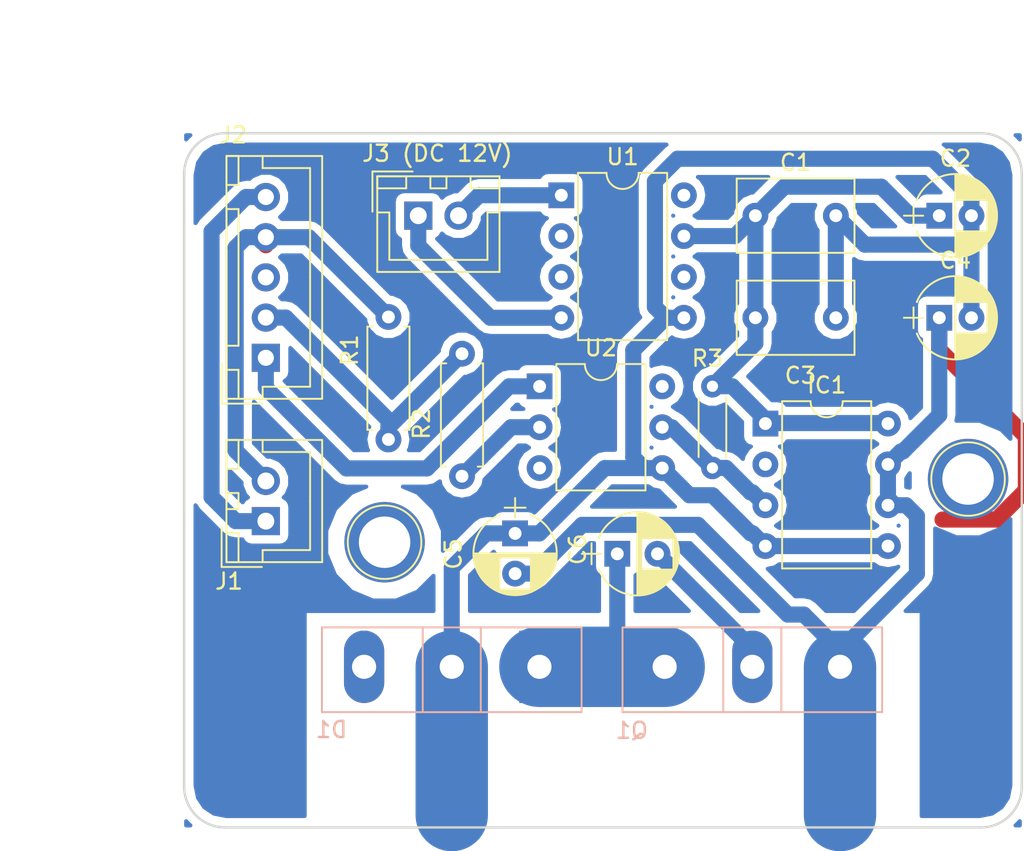
<source format=kicad_pcb>
(kicad_pcb (version 4) (host pcbnew 4.0.6)

  (general
    (links 33)
    (no_connects 0)
    (area 98.830001 77.31 163.810003 130.250002)
    (thickness 1.6)
    (drawings 10)
    (tracks 114)
    (zones 0)
    (modules 19)
    (nets 19)
  )

  (page A4)
  (layers
    (0 F.Cu signal hide)
    (31 B.Cu signal)
    (32 B.Adhes user hide)
    (33 F.Adhes user hide)
    (34 B.Paste user hide)
    (35 F.Paste user hide)
    (36 B.SilkS user)
    (37 F.SilkS user)
    (38 B.Mask user hide)
    (39 F.Mask user hide)
    (40 Dwgs.User user)
    (41 Cmts.User user hide)
    (42 Eco1.User user hide)
    (43 Eco2.User user hide)
    (44 Edge.Cuts user)
    (45 Margin user hide)
    (46 B.CrtYd user)
    (47 F.CrtYd user)
    (48 B.Fab user hide)
    (49 F.Fab user hide)
  )

  (setup
    (last_trace_width 1)
    (trace_clearance 0.5)
    (zone_clearance 0.508)
    (zone_45_only no)
    (trace_min 0.2)
    (segment_width 0.2)
    (edge_width 0.15)
    (via_size 1.5)
    (via_drill 0.8)
    (via_min_size 0.4)
    (via_min_drill 0.3)
    (uvia_size 0.3)
    (uvia_drill 0.1)
    (uvias_allowed no)
    (uvia_min_size 0.2)
    (uvia_min_drill 0.1)
    (pcb_text_width 0.3)
    (pcb_text_size 1.5 1.5)
    (mod_edge_width 0.15)
    (mod_text_size 1 1)
    (mod_text_width 0.15)
    (pad_size 5 5)
    (pad_drill 3.2)
    (pad_to_mask_clearance 0.2)
    (aux_axis_origin 109.22 130.175)
    (grid_origin 109.22 130.175)
    (visible_elements 7FFEFFFF)
    (pcbplotparams
      (layerselection 0x00000_80000000)
      (usegerberextensions false)
      (excludeedgelayer true)
      (linewidth 0.100000)
      (plotframeref false)
      (viasonmask false)
      (mode 1)
      (useauxorigin true)
      (hpglpennumber 1)
      (hpglpenspeed 20)
      (hpglpendiameter 15)
      (hpglpenoverlay 2)
      (psnegative false)
      (psa4output false)
      (plotreference true)
      (plotvalue true)
      (plotinvisibletext false)
      (padsonsilk false)
      (subtractmaskfromsilk false)
      (outputformat 1)
      (mirror false)
      (drillshape 0)
      (scaleselection 1)
      (outputdirectory GRB/))
  )

  (net 0 "")
  (net 1 GND_ISO)
  (net 2 ARD_GND)
  (net 3 DC_IN)
  (net 4 DC_ISO)
  (net 5 "Net-(C4-Pad1)")
  (net 6 "Net-(D1-Pad3)")
  (net 7 "Net-(IC1-Pad2)")
  (net 8 "Net-(IC1-Pad3)")
  (net 9 ARD_5V)
  (net 10 ARD_TEMP)
  (net 11 ARD_PWM)
  (net 12 ARD_SRC_V)
  (net 13 "Net-(R2-Pad2)")
  (net 14 DC_GND)
  (net 15 "Net-(U2-Pad3)")
  (net 16 "Net-(U2-Pad6)")
  (net 17 "Net-(C6-Pad1)")
  (net 18 "Net-(C6-Pad2)")

  (net_class Default "This is the default net class."
    (clearance 0.5)
    (trace_width 1)
    (via_dia 1.5)
    (via_drill 0.8)
    (uvia_dia 0.3)
    (uvia_drill 0.1)
    (add_net ARD_5V)
    (add_net ARD_GND)
    (add_net ARD_PWM)
    (add_net ARD_SRC_V)
    (add_net ARD_TEMP)
    (add_net DC_GND)
    (add_net DC_IN)
    (add_net DC_ISO)
    (add_net GND_ISO)
    (add_net "Net-(C4-Pad1)")
    (add_net "Net-(C6-Pad1)")
    (add_net "Net-(C6-Pad2)")
    (add_net "Net-(D1-Pad3)")
    (add_net "Net-(IC1-Pad2)")
    (add_net "Net-(IC1-Pad3)")
    (add_net "Net-(R2-Pad2)")
    (add_net "Net-(U2-Pad3)")
    (add_net "Net-(U2-Pad6)")
  )

  (module Housings_DIP:DIP-8_W7.62mm (layer F.Cu) (tedit 58CC8E33) (tstamp 593FC421)
    (at 133.935 88.95)
    (descr "8-lead dip package, row spacing 7.62 mm (300 mils)")
    (tags "DIL DIP PDIP 2.54mm 7.62mm 300mil")
    (path /592EC206)
    (fp_text reference U1 (at 3.81 -2.39) (layer F.SilkS)
      (effects (font (size 1 1) (thickness 0.15)))
    )
    (fp_text value NME1212DC (at 3.81 10.01) (layer F.Fab)
      (effects (font (size 1 1) (thickness 0.15)))
    )
    (fp_text user %R (at 3.81 3.81) (layer F.Fab)
      (effects (font (size 1 1) (thickness 0.15)))
    )
    (fp_line (start 1.635 -1.27) (end 6.985 -1.27) (layer F.Fab) (width 0.1))
    (fp_line (start 6.985 -1.27) (end 6.985 8.89) (layer F.Fab) (width 0.1))
    (fp_line (start 6.985 8.89) (end 0.635 8.89) (layer F.Fab) (width 0.1))
    (fp_line (start 0.635 8.89) (end 0.635 -0.27) (layer F.Fab) (width 0.1))
    (fp_line (start 0.635 -0.27) (end 1.635 -1.27) (layer F.Fab) (width 0.1))
    (fp_line (start 2.81 -1.39) (end 1.04 -1.39) (layer F.SilkS) (width 0.12))
    (fp_line (start 1.04 -1.39) (end 1.04 9.01) (layer F.SilkS) (width 0.12))
    (fp_line (start 1.04 9.01) (end 6.58 9.01) (layer F.SilkS) (width 0.12))
    (fp_line (start 6.58 9.01) (end 6.58 -1.39) (layer F.SilkS) (width 0.12))
    (fp_line (start 6.58 -1.39) (end 4.81 -1.39) (layer F.SilkS) (width 0.12))
    (fp_line (start -1.1 -1.6) (end -1.1 9.2) (layer F.CrtYd) (width 0.05))
    (fp_line (start -1.1 9.2) (end 8.7 9.2) (layer F.CrtYd) (width 0.05))
    (fp_line (start 8.7 9.2) (end 8.7 -1.6) (layer F.CrtYd) (width 0.05))
    (fp_line (start 8.7 -1.6) (end -1.1 -1.6) (layer F.CrtYd) (width 0.05))
    (fp_arc (start 3.81 -1.39) (end 2.81 -1.39) (angle -180) (layer F.SilkS) (width 0.12))
    (pad 1 thru_hole rect (at 0 0) (size 1.6 1.6) (drill 0.8) (layers *.Cu *.Mask)
      (net 14 DC_GND))
    (pad 5 thru_hole oval (at 7.62 7.62) (size 1.6 1.6) (drill 0.8) (layers *.Cu *.Mask)
      (net 1 GND_ISO))
    (pad 2 thru_hole oval (at 0 2.54) (size 1.6 1.6) (drill 0.8) (layers *.Cu *.Mask))
    (pad 6 thru_hole oval (at 7.62 5.08) (size 1.6 1.6) (drill 0.8) (layers *.Cu *.Mask))
    (pad 3 thru_hole oval (at 0 5.08) (size 1.6 1.6) (drill 0.8) (layers *.Cu *.Mask))
    (pad 7 thru_hole oval (at 7.62 2.54) (size 1.6 1.6) (drill 0.8) (layers *.Cu *.Mask)
      (net 4 DC_ISO))
    (pad 4 thru_hole oval (at 0 7.62) (size 1.6 1.6) (drill 0.8) (layers *.Cu *.Mask)
      (net 3 DC_IN))
    (pad 8 thru_hole oval (at 7.62 0) (size 1.6 1.6) (drill 0.8) (layers *.Cu *.Mask))
    (model ${KISYS3DMOD}/Housings_DIP.3dshapes/DIP-8_W7.62mm.wrl
      (at (xyz 0 0 0))
      (scale (xyz 1 1 1))
      (rotate (xyz 0 0 0))
    )
  )

  (module Connectors_JST:JST_XH_B02B-XH-A_02x2.50mm_Straight (layer F.Cu) (tedit 593FD390) (tstamp 593FC3F2)
    (at 125.045 90.22)
    (descr "JST XH series connector, B02B-XH-A, top entry type, through hole")
    (tags "connector jst xh tht top vertical 2.50mm")
    (path /592C95DB)
    (fp_text reference "J3 (DC 12V)" (at 1.185 -3.87) (layer F.SilkS)
      (effects (font (size 1 1) (thickness 0.15)))
    )
    (fp_text value CONN_01X02 (at 1.25 4.5) (layer F.Fab)
      (effects (font (size 1 1) (thickness 0.15)))
    )
    (fp_line (start -2.45 -2.35) (end -2.45 3.4) (layer F.Fab) (width 0.1))
    (fp_line (start -2.45 3.4) (end 4.95 3.4) (layer F.Fab) (width 0.1))
    (fp_line (start 4.95 3.4) (end 4.95 -2.35) (layer F.Fab) (width 0.1))
    (fp_line (start 4.95 -2.35) (end -2.45 -2.35) (layer F.Fab) (width 0.1))
    (fp_line (start -2.95 -2.85) (end -2.95 3.9) (layer F.CrtYd) (width 0.05))
    (fp_line (start -2.95 3.9) (end 5.45 3.9) (layer F.CrtYd) (width 0.05))
    (fp_line (start 5.45 3.9) (end 5.45 -2.85) (layer F.CrtYd) (width 0.05))
    (fp_line (start 5.45 -2.85) (end -2.95 -2.85) (layer F.CrtYd) (width 0.05))
    (fp_line (start -2.55 -2.45) (end -2.55 3.5) (layer F.SilkS) (width 0.12))
    (fp_line (start -2.55 3.5) (end 5.05 3.5) (layer F.SilkS) (width 0.12))
    (fp_line (start 5.05 3.5) (end 5.05 -2.45) (layer F.SilkS) (width 0.12))
    (fp_line (start 5.05 -2.45) (end -2.55 -2.45) (layer F.SilkS) (width 0.12))
    (fp_line (start 0.75 -2.45) (end 0.75 -1.7) (layer F.SilkS) (width 0.12))
    (fp_line (start 0.75 -1.7) (end 1.75 -1.7) (layer F.SilkS) (width 0.12))
    (fp_line (start 1.75 -1.7) (end 1.75 -2.45) (layer F.SilkS) (width 0.12))
    (fp_line (start 1.75 -2.45) (end 0.75 -2.45) (layer F.SilkS) (width 0.12))
    (fp_line (start -2.55 -2.45) (end -2.55 -1.7) (layer F.SilkS) (width 0.12))
    (fp_line (start -2.55 -1.7) (end -0.75 -1.7) (layer F.SilkS) (width 0.12))
    (fp_line (start -0.75 -1.7) (end -0.75 -2.45) (layer F.SilkS) (width 0.12))
    (fp_line (start -0.75 -2.45) (end -2.55 -2.45) (layer F.SilkS) (width 0.12))
    (fp_line (start 3.25 -2.45) (end 3.25 -1.7) (layer F.SilkS) (width 0.12))
    (fp_line (start 3.25 -1.7) (end 5.05 -1.7) (layer F.SilkS) (width 0.12))
    (fp_line (start 5.05 -1.7) (end 5.05 -2.45) (layer F.SilkS) (width 0.12))
    (fp_line (start 5.05 -2.45) (end 3.25 -2.45) (layer F.SilkS) (width 0.12))
    (fp_line (start -2.55 -0.2) (end -1.8 -0.2) (layer F.SilkS) (width 0.12))
    (fp_line (start -1.8 -0.2) (end -1.8 2.75) (layer F.SilkS) (width 0.12))
    (fp_line (start -1.8 2.75) (end 1.25 2.75) (layer F.SilkS) (width 0.12))
    (fp_line (start 5.05 -0.2) (end 4.3 -0.2) (layer F.SilkS) (width 0.12))
    (fp_line (start 4.3 -0.2) (end 4.3 2.75) (layer F.SilkS) (width 0.12))
    (fp_line (start 4.3 2.75) (end 1.25 2.75) (layer F.SilkS) (width 0.12))
    (fp_line (start -0.35 -2.75) (end -2.85 -2.75) (layer F.SilkS) (width 0.12))
    (fp_line (start -2.85 -2.75) (end -2.85 -0.25) (layer F.SilkS) (width 0.12))
    (fp_line (start -0.35 -2.75) (end -2.85 -2.75) (layer F.Fab) (width 0.1))
    (fp_line (start -2.85 -2.75) (end -2.85 -0.25) (layer F.Fab) (width 0.1))
    (fp_text user %R (at 1.25 2.5) (layer F.Fab)
      (effects (font (size 1 1) (thickness 0.15)))
    )
    (pad 1 thru_hole rect (at 0 0) (size 1.75 1.75) (drill 1.05) (layers *.Cu *.Mask)
      (net 3 DC_IN))
    (pad 2 thru_hole circle (at 2.5 0) (size 1.75 1.75) (drill 1.05) (layers *.Cu *.Mask)
      (net 14 DC_GND))
    (model Connectors_JST.3dshapes/JST_XH_B02B-XH-A_02x2.50mm_Straight.wrl
      (at (xyz 0 0 0))
      (scale (xyz 1 1 1))
      (rotate (xyz 0 0 0))
    )
  )

  (module Resistors_THT:R_Axial_DIN0207_L6.3mm_D2.5mm_P7.62mm_Horizontal (layer F.Cu) (tedit 5874F706) (tstamp 593FC409)
    (at 123.19 96.52 270)
    (descr "Resistor, Axial_DIN0207 series, Axial, Horizontal, pin pitch=7.62mm, 0.25W = 1/4W, length*diameter=6.3*2.5mm^2, http://cdn-reichelt.de/documents/datenblatt/B400/1_4W%23YAG.pdf")
    (tags "Resistor Axial_DIN0207 series Axial Horizontal pin pitch 7.62mm 0.25W = 1/4W length 6.3mm diameter 2.5mm")
    (path /593FD687)
    (fp_text reference R1 (at 2.07 2.415 270) (layer F.SilkS)
      (effects (font (size 1 1) (thickness 0.15)))
    )
    (fp_text value 100 (at 3.81 2.31 270) (layer F.Fab)
      (effects (font (size 1 1) (thickness 0.15)))
    )
    (fp_line (start 0.66 -1.25) (end 0.66 1.25) (layer F.Fab) (width 0.1))
    (fp_line (start 0.66 1.25) (end 6.96 1.25) (layer F.Fab) (width 0.1))
    (fp_line (start 6.96 1.25) (end 6.96 -1.25) (layer F.Fab) (width 0.1))
    (fp_line (start 6.96 -1.25) (end 0.66 -1.25) (layer F.Fab) (width 0.1))
    (fp_line (start 0 0) (end 0.66 0) (layer F.Fab) (width 0.1))
    (fp_line (start 7.62 0) (end 6.96 0) (layer F.Fab) (width 0.1))
    (fp_line (start 0.6 -0.98) (end 0.6 -1.31) (layer F.SilkS) (width 0.12))
    (fp_line (start 0.6 -1.31) (end 7.02 -1.31) (layer F.SilkS) (width 0.12))
    (fp_line (start 7.02 -1.31) (end 7.02 -0.98) (layer F.SilkS) (width 0.12))
    (fp_line (start 0.6 0.98) (end 0.6 1.31) (layer F.SilkS) (width 0.12))
    (fp_line (start 0.6 1.31) (end 7.02 1.31) (layer F.SilkS) (width 0.12))
    (fp_line (start 7.02 1.31) (end 7.02 0.98) (layer F.SilkS) (width 0.12))
    (fp_line (start -1.05 -1.6) (end -1.05 1.6) (layer F.CrtYd) (width 0.05))
    (fp_line (start -1.05 1.6) (end 8.7 1.6) (layer F.CrtYd) (width 0.05))
    (fp_line (start 8.7 1.6) (end 8.7 -1.6) (layer F.CrtYd) (width 0.05))
    (fp_line (start 8.7 -1.6) (end -1.05 -1.6) (layer F.CrtYd) (width 0.05))
    (pad 1 thru_hole circle (at 0 0 270) (size 1.6 1.6) (drill 0.8) (layers *.Cu *.Mask)
      (net 10 ARD_TEMP))
    (pad 2 thru_hole oval (at 7.62 0 270) (size 1.6 1.6) (drill 0.8) (layers *.Cu *.Mask)
      (net 2 ARD_GND))
    (model Resistors_THT.3dshapes/R_Axial_DIN0207_L6.3mm_D2.5mm_P7.62mm_Horizontal.wrl
      (at (xyz 0 0 0))
      (scale (xyz 0.393701 0.393701 0.393701))
      (rotate (xyz 0 0 0))
    )
  )

  (module Housings_DIP:DIP-6_W7.62mm (layer F.Cu) (tedit 58CC8E33) (tstamp 593FC42B)
    (at 132.588 100.838)
    (descr "6-lead dip package, row spacing 7.62 mm (300 mils)")
    (tags "DIL DIP PDIP 2.54mm 7.62mm 300mil")
    (path /592E7A66)
    (fp_text reference U2 (at 3.81 -2.39) (layer F.SilkS)
      (effects (font (size 1 1) (thickness 0.15)))
    )
    (fp_text value 4N35 (at 3.81 7.47) (layer F.Fab)
      (effects (font (size 1 1) (thickness 0.15)))
    )
    (fp_text user %R (at 3.81 2.54) (layer F.Fab)
      (effects (font (size 1 1) (thickness 0.15)))
    )
    (fp_line (start 1.635 -1.27) (end 6.985 -1.27) (layer F.Fab) (width 0.1))
    (fp_line (start 6.985 -1.27) (end 6.985 6.35) (layer F.Fab) (width 0.1))
    (fp_line (start 6.985 6.35) (end 0.635 6.35) (layer F.Fab) (width 0.1))
    (fp_line (start 0.635 6.35) (end 0.635 -0.27) (layer F.Fab) (width 0.1))
    (fp_line (start 0.635 -0.27) (end 1.635 -1.27) (layer F.Fab) (width 0.1))
    (fp_line (start 2.81 -1.39) (end 1.04 -1.39) (layer F.SilkS) (width 0.12))
    (fp_line (start 1.04 -1.39) (end 1.04 6.47) (layer F.SilkS) (width 0.12))
    (fp_line (start 1.04 6.47) (end 6.58 6.47) (layer F.SilkS) (width 0.12))
    (fp_line (start 6.58 6.47) (end 6.58 -1.39) (layer F.SilkS) (width 0.12))
    (fp_line (start 6.58 -1.39) (end 4.81 -1.39) (layer F.SilkS) (width 0.12))
    (fp_line (start -1.1 -1.6) (end -1.1 6.6) (layer F.CrtYd) (width 0.05))
    (fp_line (start -1.1 6.6) (end 8.7 6.6) (layer F.CrtYd) (width 0.05))
    (fp_line (start 8.7 6.6) (end 8.7 -1.6) (layer F.CrtYd) (width 0.05))
    (fp_line (start 8.7 -1.6) (end -1.1 -1.6) (layer F.CrtYd) (width 0.05))
    (fp_arc (start 3.81 -1.39) (end 2.81 -1.39) (angle -180) (layer F.SilkS) (width 0.12))
    (pad 1 thru_hole rect (at 0 0) (size 1.6 1.6) (drill 0.8) (layers *.Cu *.Mask)
      (net 11 ARD_PWM))
    (pad 4 thru_hole oval (at 7.62 5.08) (size 1.6 1.6) (drill 0.8) (layers *.Cu *.Mask)
      (net 1 GND_ISO))
    (pad 2 thru_hole oval (at 0 2.54) (size 1.6 1.6) (drill 0.8) (layers *.Cu *.Mask)
      (net 13 "Net-(R2-Pad2)"))
    (pad 5 thru_hole oval (at 7.62 2.54) (size 1.6 1.6) (drill 0.8) (layers *.Cu *.Mask)
      (net 8 "Net-(IC1-Pad3)"))
    (pad 3 thru_hole oval (at 0 5.08) (size 1.6 1.6) (drill 0.8) (layers *.Cu *.Mask)
      (net 15 "Net-(U2-Pad3)"))
    (pad 6 thru_hole oval (at 7.62 0) (size 1.6 1.6) (drill 0.8) (layers *.Cu *.Mask)
      (net 16 "Net-(U2-Pad6)"))
    (model ${KISYS3DMOD}/Housings_DIP.3dshapes/DIP-6_W7.62mm.wrl
      (at (xyz 0 0 0))
      (scale (xyz 1 1 1))
      (rotate (xyz 0 0 0))
    )
  )

  (module Capacitors_THT:CP_Radial_D5.0mm_P2.00mm (layer F.Cu) (tedit 5920C257) (tstamp 593FC3BE)
    (at 157.43 90.22)
    (descr "CP, Radial series, Radial, pin pitch=2.00mm, , diameter=5mm, Electrolytic Capacitor")
    (tags "CP Radial series Radial pin pitch 2.00mm  diameter 5mm Electrolytic Capacitor")
    (path /592ACB50)
    (fp_text reference C2 (at 1 -3.56) (layer F.SilkS)
      (effects (font (size 1 1) (thickness 0.15)))
    )
    (fp_text value 4.7uF (at 1 3.56) (layer F.Fab)
      (effects (font (size 1 1) (thickness 0.15)))
    )
    (fp_text user %R (at 0.65 0) (layer F.Fab)
      (effects (font (size 1 1) (thickness 0.15)))
    )
    (fp_line (start -2.2 0) (end -1 0) (layer F.Fab) (width 0.1))
    (fp_line (start -1.6 -0.65) (end -1.6 0.65) (layer F.Fab) (width 0.1))
    (fp_line (start 1 -2.55) (end 1 2.55) (layer F.SilkS) (width 0.12))
    (fp_line (start 1.04 -2.55) (end 1.04 -0.98) (layer F.SilkS) (width 0.12))
    (fp_line (start 1.04 0.98) (end 1.04 2.55) (layer F.SilkS) (width 0.12))
    (fp_line (start 1.08 -2.549) (end 1.08 -0.98) (layer F.SilkS) (width 0.12))
    (fp_line (start 1.08 0.98) (end 1.08 2.549) (layer F.SilkS) (width 0.12))
    (fp_line (start 1.12 -2.548) (end 1.12 -0.98) (layer F.SilkS) (width 0.12))
    (fp_line (start 1.12 0.98) (end 1.12 2.548) (layer F.SilkS) (width 0.12))
    (fp_line (start 1.16 -2.546) (end 1.16 -0.98) (layer F.SilkS) (width 0.12))
    (fp_line (start 1.16 0.98) (end 1.16 2.546) (layer F.SilkS) (width 0.12))
    (fp_line (start 1.2 -2.543) (end 1.2 -0.98) (layer F.SilkS) (width 0.12))
    (fp_line (start 1.2 0.98) (end 1.2 2.543) (layer F.SilkS) (width 0.12))
    (fp_line (start 1.24 -2.539) (end 1.24 -0.98) (layer F.SilkS) (width 0.12))
    (fp_line (start 1.24 0.98) (end 1.24 2.539) (layer F.SilkS) (width 0.12))
    (fp_line (start 1.28 -2.535) (end 1.28 -0.98) (layer F.SilkS) (width 0.12))
    (fp_line (start 1.28 0.98) (end 1.28 2.535) (layer F.SilkS) (width 0.12))
    (fp_line (start 1.32 -2.531) (end 1.32 -0.98) (layer F.SilkS) (width 0.12))
    (fp_line (start 1.32 0.98) (end 1.32 2.531) (layer F.SilkS) (width 0.12))
    (fp_line (start 1.36 -2.525) (end 1.36 -0.98) (layer F.SilkS) (width 0.12))
    (fp_line (start 1.36 0.98) (end 1.36 2.525) (layer F.SilkS) (width 0.12))
    (fp_line (start 1.4 -2.519) (end 1.4 -0.98) (layer F.SilkS) (width 0.12))
    (fp_line (start 1.4 0.98) (end 1.4 2.519) (layer F.SilkS) (width 0.12))
    (fp_line (start 1.44 -2.513) (end 1.44 -0.98) (layer F.SilkS) (width 0.12))
    (fp_line (start 1.44 0.98) (end 1.44 2.513) (layer F.SilkS) (width 0.12))
    (fp_line (start 1.48 -2.506) (end 1.48 -0.98) (layer F.SilkS) (width 0.12))
    (fp_line (start 1.48 0.98) (end 1.48 2.506) (layer F.SilkS) (width 0.12))
    (fp_line (start 1.52 -2.498) (end 1.52 -0.98) (layer F.SilkS) (width 0.12))
    (fp_line (start 1.52 0.98) (end 1.52 2.498) (layer F.SilkS) (width 0.12))
    (fp_line (start 1.56 -2.489) (end 1.56 -0.98) (layer F.SilkS) (width 0.12))
    (fp_line (start 1.56 0.98) (end 1.56 2.489) (layer F.SilkS) (width 0.12))
    (fp_line (start 1.6 -2.48) (end 1.6 -0.98) (layer F.SilkS) (width 0.12))
    (fp_line (start 1.6 0.98) (end 1.6 2.48) (layer F.SilkS) (width 0.12))
    (fp_line (start 1.64 -2.47) (end 1.64 -0.98) (layer F.SilkS) (width 0.12))
    (fp_line (start 1.64 0.98) (end 1.64 2.47) (layer F.SilkS) (width 0.12))
    (fp_line (start 1.68 -2.46) (end 1.68 -0.98) (layer F.SilkS) (width 0.12))
    (fp_line (start 1.68 0.98) (end 1.68 2.46) (layer F.SilkS) (width 0.12))
    (fp_line (start 1.721 -2.448) (end 1.721 -0.98) (layer F.SilkS) (width 0.12))
    (fp_line (start 1.721 0.98) (end 1.721 2.448) (layer F.SilkS) (width 0.12))
    (fp_line (start 1.761 -2.436) (end 1.761 -0.98) (layer F.SilkS) (width 0.12))
    (fp_line (start 1.761 0.98) (end 1.761 2.436) (layer F.SilkS) (width 0.12))
    (fp_line (start 1.801 -2.424) (end 1.801 -0.98) (layer F.SilkS) (width 0.12))
    (fp_line (start 1.801 0.98) (end 1.801 2.424) (layer F.SilkS) (width 0.12))
    (fp_line (start 1.841 -2.41) (end 1.841 -0.98) (layer F.SilkS) (width 0.12))
    (fp_line (start 1.841 0.98) (end 1.841 2.41) (layer F.SilkS) (width 0.12))
    (fp_line (start 1.881 -2.396) (end 1.881 -0.98) (layer F.SilkS) (width 0.12))
    (fp_line (start 1.881 0.98) (end 1.881 2.396) (layer F.SilkS) (width 0.12))
    (fp_line (start 1.921 -2.382) (end 1.921 -0.98) (layer F.SilkS) (width 0.12))
    (fp_line (start 1.921 0.98) (end 1.921 2.382) (layer F.SilkS) (width 0.12))
    (fp_line (start 1.961 -2.366) (end 1.961 -0.98) (layer F.SilkS) (width 0.12))
    (fp_line (start 1.961 0.98) (end 1.961 2.366) (layer F.SilkS) (width 0.12))
    (fp_line (start 2.001 -2.35) (end 2.001 -0.98) (layer F.SilkS) (width 0.12))
    (fp_line (start 2.001 0.98) (end 2.001 2.35) (layer F.SilkS) (width 0.12))
    (fp_line (start 2.041 -2.333) (end 2.041 -0.98) (layer F.SilkS) (width 0.12))
    (fp_line (start 2.041 0.98) (end 2.041 2.333) (layer F.SilkS) (width 0.12))
    (fp_line (start 2.081 -2.315) (end 2.081 -0.98) (layer F.SilkS) (width 0.12))
    (fp_line (start 2.081 0.98) (end 2.081 2.315) (layer F.SilkS) (width 0.12))
    (fp_line (start 2.121 -2.296) (end 2.121 -0.98) (layer F.SilkS) (width 0.12))
    (fp_line (start 2.121 0.98) (end 2.121 2.296) (layer F.SilkS) (width 0.12))
    (fp_line (start 2.161 -2.276) (end 2.161 -0.98) (layer F.SilkS) (width 0.12))
    (fp_line (start 2.161 0.98) (end 2.161 2.276) (layer F.SilkS) (width 0.12))
    (fp_line (start 2.201 -2.256) (end 2.201 -0.98) (layer F.SilkS) (width 0.12))
    (fp_line (start 2.201 0.98) (end 2.201 2.256) (layer F.SilkS) (width 0.12))
    (fp_line (start 2.241 -2.234) (end 2.241 -0.98) (layer F.SilkS) (width 0.12))
    (fp_line (start 2.241 0.98) (end 2.241 2.234) (layer F.SilkS) (width 0.12))
    (fp_line (start 2.281 -2.212) (end 2.281 -0.98) (layer F.SilkS) (width 0.12))
    (fp_line (start 2.281 0.98) (end 2.281 2.212) (layer F.SilkS) (width 0.12))
    (fp_line (start 2.321 -2.189) (end 2.321 -0.98) (layer F.SilkS) (width 0.12))
    (fp_line (start 2.321 0.98) (end 2.321 2.189) (layer F.SilkS) (width 0.12))
    (fp_line (start 2.361 -2.165) (end 2.361 -0.98) (layer F.SilkS) (width 0.12))
    (fp_line (start 2.361 0.98) (end 2.361 2.165) (layer F.SilkS) (width 0.12))
    (fp_line (start 2.401 -2.14) (end 2.401 -0.98) (layer F.SilkS) (width 0.12))
    (fp_line (start 2.401 0.98) (end 2.401 2.14) (layer F.SilkS) (width 0.12))
    (fp_line (start 2.441 -2.113) (end 2.441 -0.98) (layer F.SilkS) (width 0.12))
    (fp_line (start 2.441 0.98) (end 2.441 2.113) (layer F.SilkS) (width 0.12))
    (fp_line (start 2.481 -2.086) (end 2.481 -0.98) (layer F.SilkS) (width 0.12))
    (fp_line (start 2.481 0.98) (end 2.481 2.086) (layer F.SilkS) (width 0.12))
    (fp_line (start 2.521 -2.058) (end 2.521 -0.98) (layer F.SilkS) (width 0.12))
    (fp_line (start 2.521 0.98) (end 2.521 2.058) (layer F.SilkS) (width 0.12))
    (fp_line (start 2.561 -2.028) (end 2.561 -0.98) (layer F.SilkS) (width 0.12))
    (fp_line (start 2.561 0.98) (end 2.561 2.028) (layer F.SilkS) (width 0.12))
    (fp_line (start 2.601 -1.997) (end 2.601 -0.98) (layer F.SilkS) (width 0.12))
    (fp_line (start 2.601 0.98) (end 2.601 1.997) (layer F.SilkS) (width 0.12))
    (fp_line (start 2.641 -1.965) (end 2.641 -0.98) (layer F.SilkS) (width 0.12))
    (fp_line (start 2.641 0.98) (end 2.641 1.965) (layer F.SilkS) (width 0.12))
    (fp_line (start 2.681 -1.932) (end 2.681 -0.98) (layer F.SilkS) (width 0.12))
    (fp_line (start 2.681 0.98) (end 2.681 1.932) (layer F.SilkS) (width 0.12))
    (fp_line (start 2.721 -1.897) (end 2.721 -0.98) (layer F.SilkS) (width 0.12))
    (fp_line (start 2.721 0.98) (end 2.721 1.897) (layer F.SilkS) (width 0.12))
    (fp_line (start 2.761 -1.861) (end 2.761 -0.98) (layer F.SilkS) (width 0.12))
    (fp_line (start 2.761 0.98) (end 2.761 1.861) (layer F.SilkS) (width 0.12))
    (fp_line (start 2.801 -1.823) (end 2.801 -0.98) (layer F.SilkS) (width 0.12))
    (fp_line (start 2.801 0.98) (end 2.801 1.823) (layer F.SilkS) (width 0.12))
    (fp_line (start 2.841 -1.783) (end 2.841 -0.98) (layer F.SilkS) (width 0.12))
    (fp_line (start 2.841 0.98) (end 2.841 1.783) (layer F.SilkS) (width 0.12))
    (fp_line (start 2.881 -1.742) (end 2.881 -0.98) (layer F.SilkS) (width 0.12))
    (fp_line (start 2.881 0.98) (end 2.881 1.742) (layer F.SilkS) (width 0.12))
    (fp_line (start 2.921 -1.699) (end 2.921 -0.98) (layer F.SilkS) (width 0.12))
    (fp_line (start 2.921 0.98) (end 2.921 1.699) (layer F.SilkS) (width 0.12))
    (fp_line (start 2.961 -1.654) (end 2.961 -0.98) (layer F.SilkS) (width 0.12))
    (fp_line (start 2.961 0.98) (end 2.961 1.654) (layer F.SilkS) (width 0.12))
    (fp_line (start 3.001 -1.606) (end 3.001 1.606) (layer F.SilkS) (width 0.12))
    (fp_line (start 3.041 -1.556) (end 3.041 1.556) (layer F.SilkS) (width 0.12))
    (fp_line (start 3.081 -1.504) (end 3.081 1.504) (layer F.SilkS) (width 0.12))
    (fp_line (start 3.121 -1.448) (end 3.121 1.448) (layer F.SilkS) (width 0.12))
    (fp_line (start 3.161 -1.39) (end 3.161 1.39) (layer F.SilkS) (width 0.12))
    (fp_line (start 3.201 -1.327) (end 3.201 1.327) (layer F.SilkS) (width 0.12))
    (fp_line (start 3.241 -1.261) (end 3.241 1.261) (layer F.SilkS) (width 0.12))
    (fp_line (start 3.281 -1.189) (end 3.281 1.189) (layer F.SilkS) (width 0.12))
    (fp_line (start 3.321 -1.112) (end 3.321 1.112) (layer F.SilkS) (width 0.12))
    (fp_line (start 3.361 -1.028) (end 3.361 1.028) (layer F.SilkS) (width 0.12))
    (fp_line (start 3.401 -0.934) (end 3.401 0.934) (layer F.SilkS) (width 0.12))
    (fp_line (start 3.441 -0.829) (end 3.441 0.829) (layer F.SilkS) (width 0.12))
    (fp_line (start 3.481 -0.707) (end 3.481 0.707) (layer F.SilkS) (width 0.12))
    (fp_line (start 3.521 -0.559) (end 3.521 0.559) (layer F.SilkS) (width 0.12))
    (fp_line (start 3.561 -0.354) (end 3.561 0.354) (layer F.SilkS) (width 0.12))
    (fp_line (start -2.2 0) (end -1 0) (layer F.SilkS) (width 0.12))
    (fp_line (start -1.6 -0.65) (end -1.6 0.65) (layer F.SilkS) (width 0.12))
    (fp_line (start -1.85 -2.85) (end -1.85 2.85) (layer F.CrtYd) (width 0.05))
    (fp_line (start -1.85 2.85) (end 3.85 2.85) (layer F.CrtYd) (width 0.05))
    (fp_line (start 3.85 2.85) (end 3.85 -2.85) (layer F.CrtYd) (width 0.05))
    (fp_line (start 3.85 -2.85) (end -1.85 -2.85) (layer F.CrtYd) (width 0.05))
    (fp_circle (center 1 0) (end 3.5 0) (layer F.Fab) (width 0.1))
    (fp_arc (start 1 0) (end -1.397436 -0.98) (angle 135.5) (layer F.SilkS) (width 0.12))
    (fp_arc (start 1 0) (end -1.397436 0.98) (angle -135.5) (layer F.SilkS) (width 0.12))
    (fp_arc (start 1 0) (end 3.397436 -0.98) (angle 44.5) (layer F.SilkS) (width 0.12))
    (pad 1 thru_hole rect (at 0 0) (size 1.6 1.6) (drill 0.8) (layers *.Cu *.Mask)
      (net 4 DC_ISO))
    (pad 2 thru_hole circle (at 2 0) (size 1.6 1.6) (drill 0.8) (layers *.Cu *.Mask)
      (net 1 GND_ISO))
    (model ${KISYS3DMOD}/Capacitors_THT.3dshapes/CP_Radial_D5.0mm_P2.00mm.wrl
      (at (xyz 0 0 0))
      (scale (xyz 0.3937007874015748 0.3937007874015748 0.3937007874015748))
      (rotate (xyz 0 0 0))
    )
  )

  (module Connectors:1pin (layer F.Cu) (tedit 5946816F) (tstamp 5942BB67)
    (at 159.22 106.6)
    (descr "module 1 pin (ou trou mecanique de percage)")
    (tags DEV)
    (fp_text reference "" (at 0 -3.048) (layer F.SilkS)
      (effects (font (size 1 1) (thickness 0.15)))
    )
    (fp_text value 1pin (at 0 3) (layer F.Fab)
      (effects (font (size 1 1) (thickness 0.15)))
    )
    (fp_circle (center 0 0) (end 2 0.8) (layer F.Fab) (width 0.1))
    (fp_circle (center 0 0) (end 2.6 0) (layer F.CrtYd) (width 0.05))
    (fp_circle (center 0 0) (end 0 -2.286) (layer F.SilkS) (width 0.12))
    (pad 1 thru_hole circle (at 0 0) (size 5 5) (drill 3.2) (layers *.Cu *.Mask)
      (clearance 1))
  )

  (module Connectors_JST:JST_XH_B05B-XH-A_05x2.50mm_Straight (layer F.Cu) (tedit 58EAE7F0) (tstamp 593FC3EC)
    (at 115.57 99.06 90)
    (descr "JST XH series connector, B05B-XH-A, top entry type, through hole")
    (tags "connector jst xh tht top vertical 2.50mm")
    (path /592C94BD)
    (fp_text reference J2 (at 13.855 -2.03 180) (layer F.SilkS)
      (effects (font (size 1 1) (thickness 0.15)))
    )
    (fp_text value CONN_01X05 (at 5 4.5 90) (layer F.Fab)
      (effects (font (size 1 1) (thickness 0.15)))
    )
    (fp_line (start -2.45 -2.35) (end -2.45 3.4) (layer F.Fab) (width 0.1))
    (fp_line (start -2.45 3.4) (end 12.45 3.4) (layer F.Fab) (width 0.1))
    (fp_line (start 12.45 3.4) (end 12.45 -2.35) (layer F.Fab) (width 0.1))
    (fp_line (start 12.45 -2.35) (end -2.45 -2.35) (layer F.Fab) (width 0.1))
    (fp_line (start -2.95 -2.85) (end -2.95 3.9) (layer F.CrtYd) (width 0.05))
    (fp_line (start -2.95 3.9) (end 12.95 3.9) (layer F.CrtYd) (width 0.05))
    (fp_line (start 12.95 3.9) (end 12.95 -2.85) (layer F.CrtYd) (width 0.05))
    (fp_line (start 12.95 -2.85) (end -2.95 -2.85) (layer F.CrtYd) (width 0.05))
    (fp_line (start -2.55 -2.45) (end -2.55 3.5) (layer F.SilkS) (width 0.12))
    (fp_line (start -2.55 3.5) (end 12.55 3.5) (layer F.SilkS) (width 0.12))
    (fp_line (start 12.55 3.5) (end 12.55 -2.45) (layer F.SilkS) (width 0.12))
    (fp_line (start 12.55 -2.45) (end -2.55 -2.45) (layer F.SilkS) (width 0.12))
    (fp_line (start 0.75 -2.45) (end 0.75 -1.7) (layer F.SilkS) (width 0.12))
    (fp_line (start 0.75 -1.7) (end 9.25 -1.7) (layer F.SilkS) (width 0.12))
    (fp_line (start 9.25 -1.7) (end 9.25 -2.45) (layer F.SilkS) (width 0.12))
    (fp_line (start 9.25 -2.45) (end 0.75 -2.45) (layer F.SilkS) (width 0.12))
    (fp_line (start -2.55 -2.45) (end -2.55 -1.7) (layer F.SilkS) (width 0.12))
    (fp_line (start -2.55 -1.7) (end -0.75 -1.7) (layer F.SilkS) (width 0.12))
    (fp_line (start -0.75 -1.7) (end -0.75 -2.45) (layer F.SilkS) (width 0.12))
    (fp_line (start -0.75 -2.45) (end -2.55 -2.45) (layer F.SilkS) (width 0.12))
    (fp_line (start 10.75 -2.45) (end 10.75 -1.7) (layer F.SilkS) (width 0.12))
    (fp_line (start 10.75 -1.7) (end 12.55 -1.7) (layer F.SilkS) (width 0.12))
    (fp_line (start 12.55 -1.7) (end 12.55 -2.45) (layer F.SilkS) (width 0.12))
    (fp_line (start 12.55 -2.45) (end 10.75 -2.45) (layer F.SilkS) (width 0.12))
    (fp_line (start -2.55 -0.2) (end -1.8 -0.2) (layer F.SilkS) (width 0.12))
    (fp_line (start -1.8 -0.2) (end -1.8 2.75) (layer F.SilkS) (width 0.12))
    (fp_line (start -1.8 2.75) (end 5 2.75) (layer F.SilkS) (width 0.12))
    (fp_line (start 12.55 -0.2) (end 11.8 -0.2) (layer F.SilkS) (width 0.12))
    (fp_line (start 11.8 -0.2) (end 11.8 2.75) (layer F.SilkS) (width 0.12))
    (fp_line (start 11.8 2.75) (end 5 2.75) (layer F.SilkS) (width 0.12))
    (fp_line (start -0.35 -2.75) (end -2.85 -2.75) (layer F.SilkS) (width 0.12))
    (fp_line (start -2.85 -2.75) (end -2.85 -0.25) (layer F.SilkS) (width 0.12))
    (fp_line (start -0.35 -2.75) (end -2.85 -2.75) (layer F.Fab) (width 0.1))
    (fp_line (start -2.85 -2.75) (end -2.85 -0.25) (layer F.Fab) (width 0.1))
    (fp_text user %R (at 5 2.5 90) (layer F.Fab)
      (effects (font (size 1 1) (thickness 0.15)))
    )
    (pad 1 thru_hole rect (at 0 0 90) (size 1.75 1.75) (drill 1) (layers *.Cu *.Mask)
      (net 11 ARD_PWM))
    (pad 2 thru_hole circle (at 2.5 0 90) (size 1.75 1.75) (drill 1) (layers *.Cu *.Mask)
      (net 2 ARD_GND))
    (pad 3 thru_hole circle (at 5 0 90) (size 1.75 1.75) (drill 1) (layers *.Cu *.Mask)
      (net 12 ARD_SRC_V))
    (pad 4 thru_hole circle (at 7.5 0 90) (size 1.75 1.75) (drill 1) (layers *.Cu *.Mask)
      (net 10 ARD_TEMP))
    (pad 5 thru_hole circle (at 10 0 90) (size 1.75 1.75) (drill 1) (layers *.Cu *.Mask)
      (net 9 ARD_5V))
    (model Connectors_JST.3dshapes/JST_XH_B05B-XH-A_05x2.50mm_Straight.wrl
      (at (xyz 0 0 0))
      (scale (xyz 1 1 1))
      (rotate (xyz 0 0 0))
    )
  )

  (module Connectors:1pin (layer F.Cu) (tedit 59468160) (tstamp 5942B0A6)
    (at 122.95 110.53)
    (descr "module 1 pin (ou trou mecanique de percage)")
    (tags DEV)
    (fp_text reference "" (at 0 -3.048) (layer F.SilkS)
      (effects (font (size 1 1) (thickness 0.15)))
    )
    (fp_text value 1pin (at 0 3) (layer F.Fab)
      (effects (font (size 1 1) (thickness 0.15)))
    )
    (fp_circle (center 0 0) (end 2 0.8) (layer F.Fab) (width 0.1))
    (fp_circle (center 0 0) (end 2.6 0) (layer F.CrtYd) (width 0.05))
    (fp_circle (center 0 0) (end 0 -2.286) (layer F.SilkS) (width 0.12))
    (pad 1 thru_hole circle (at 0 0) (size 5 5) (drill 3.2) (layers *.Cu *.Mask)
      (clearance 1))
  )

  (module Capacitors_THT:C_Rect_L7.2mm_W4.5mm_P5.00mm_FKS2_FKP2_MKS2_MKP2 (layer F.Cu) (tedit 5920C257) (tstamp 593FC3B8)
    (at 146 90.22)
    (descr "C, Rect series, Radial, pin pitch=5.00mm, , length*width=7.2*4.5mm^2, Capacitor, http://www.wima.com/EN/WIMA_FKS_2.pdf")
    (tags "C Rect series Radial pin pitch 5.00mm  length 7.2mm width 4.5mm Capacitor")
    (path /592EA608)
    (fp_text reference C1 (at 2.5 -3.31) (layer F.SilkS)
      (effects (font (size 1 1) (thickness 0.15)))
    )
    (fp_text value 100nF (at 2.5 3.31) (layer F.Fab)
      (effects (font (size 1 1) (thickness 0.15)))
    )
    (fp_text user %R (at 2.5 0) (layer F.Fab)
      (effects (font (size 1 1) (thickness 0.15)))
    )
    (fp_line (start -1.1 -2.25) (end -1.1 2.25) (layer F.Fab) (width 0.1))
    (fp_line (start -1.1 2.25) (end 6.1 2.25) (layer F.Fab) (width 0.1))
    (fp_line (start 6.1 2.25) (end 6.1 -2.25) (layer F.Fab) (width 0.1))
    (fp_line (start 6.1 -2.25) (end -1.1 -2.25) (layer F.Fab) (width 0.1))
    (fp_line (start -1.16 -2.31) (end 6.16 -2.31) (layer F.SilkS) (width 0.12))
    (fp_line (start -1.16 2.31) (end 6.16 2.31) (layer F.SilkS) (width 0.12))
    (fp_line (start -1.16 -2.31) (end -1.16 2.31) (layer F.SilkS) (width 0.12))
    (fp_line (start 6.16 -2.31) (end 6.16 2.31) (layer F.SilkS) (width 0.12))
    (fp_line (start -1.45 -2.6) (end -1.45 2.6) (layer F.CrtYd) (width 0.05))
    (fp_line (start -1.45 2.6) (end 6.45 2.6) (layer F.CrtYd) (width 0.05))
    (fp_line (start 6.45 2.6) (end 6.45 -2.6) (layer F.CrtYd) (width 0.05))
    (fp_line (start 6.45 -2.6) (end -1.45 -2.6) (layer F.CrtYd) (width 0.05))
    (pad 1 thru_hole circle (at 0 0) (size 1.6 1.6) (drill 0.8) (layers *.Cu *.Mask)
      (net 4 DC_ISO))
    (pad 2 thru_hole circle (at 5 0) (size 1.6 1.6) (drill 0.8) (layers *.Cu *.Mask)
      (net 1 GND_ISO))
    (model ${KISYS3DMOD}/Capacitors_THT.3dshapes/C_Rect_L7.2mm_W4.5mm_P5.00mm_FKS2_FKP2_MKS2_MKP2.wrl
      (at (xyz 0 0 0))
      (scale (xyz 0.3937007874015748 0.3937007874015748 0.3937007874015748))
      (rotate (xyz 0 0 0))
    )
  )

  (module Capacitors_THT:C_Rect_L7.2mm_W4.5mm_P5.00mm_FKS2_FKP2_MKS2_MKP2 (layer F.Cu) (tedit 5920C257) (tstamp 593FC3C4)
    (at 146 96.57)
    (descr "C, Rect series, Radial, pin pitch=5.00mm, , length*width=7.2*4.5mm^2, Capacitor, http://www.wima.com/EN/WIMA_FKS_2.pdf")
    (tags "C Rect series Radial pin pitch 5.00mm  length 7.2mm width 4.5mm Capacitor")
    (path /592ACBF5)
    (fp_text reference C3 (at 2.8 3.59) (layer F.SilkS)
      (effects (font (size 1 1) (thickness 0.15)))
    )
    (fp_text value 100nF (at 2.5 3.31) (layer F.Fab)
      (effects (font (size 1 1) (thickness 0.15)))
    )
    (fp_text user %R (at 2.5 0) (layer F.Fab)
      (effects (font (size 1 1) (thickness 0.15)))
    )
    (fp_line (start -1.1 -2.25) (end -1.1 2.25) (layer F.Fab) (width 0.1))
    (fp_line (start -1.1 2.25) (end 6.1 2.25) (layer F.Fab) (width 0.1))
    (fp_line (start 6.1 2.25) (end 6.1 -2.25) (layer F.Fab) (width 0.1))
    (fp_line (start 6.1 -2.25) (end -1.1 -2.25) (layer F.Fab) (width 0.1))
    (fp_line (start -1.16 -2.31) (end 6.16 -2.31) (layer F.SilkS) (width 0.12))
    (fp_line (start -1.16 2.31) (end 6.16 2.31) (layer F.SilkS) (width 0.12))
    (fp_line (start -1.16 -2.31) (end -1.16 2.31) (layer F.SilkS) (width 0.12))
    (fp_line (start 6.16 -2.31) (end 6.16 2.31) (layer F.SilkS) (width 0.12))
    (fp_line (start -1.45 -2.6) (end -1.45 2.6) (layer F.CrtYd) (width 0.05))
    (fp_line (start -1.45 2.6) (end 6.45 2.6) (layer F.CrtYd) (width 0.05))
    (fp_line (start 6.45 2.6) (end 6.45 -2.6) (layer F.CrtYd) (width 0.05))
    (fp_line (start 6.45 -2.6) (end -1.45 -2.6) (layer F.CrtYd) (width 0.05))
    (pad 1 thru_hole circle (at 0 0) (size 1.6 1.6) (drill 0.8) (layers *.Cu *.Mask)
      (net 4 DC_ISO))
    (pad 2 thru_hole circle (at 5 0) (size 1.6 1.6) (drill 0.8) (layers *.Cu *.Mask)
      (net 1 GND_ISO))
    (model ${KISYS3DMOD}/Capacitors_THT.3dshapes/C_Rect_L7.2mm_W4.5mm_P5.00mm_FKS2_FKP2_MKS2_MKP2.wrl
      (at (xyz 0 0 0))
      (scale (xyz 0.3937007874015748 0.3937007874015748 0.3937007874015748))
      (rotate (xyz 0 0 0))
    )
  )

  (module Capacitors_THT:CP_Radial_D5.0mm_P2.00mm (layer F.Cu) (tedit 5920C257) (tstamp 593FC3CA)
    (at 157.43 96.57)
    (descr "CP, Radial series, Radial, pin pitch=2.00mm, , diameter=5mm, Electrolytic Capacitor")
    (tags "CP Radial series Radial pin pitch 2.00mm  diameter 5mm Electrolytic Capacitor")
    (path /592ED18A)
    (fp_text reference C4 (at 1 -3.56) (layer F.SilkS)
      (effects (font (size 1 1) (thickness 0.15)))
    )
    (fp_text value 4.7uF (at 1 3.56) (layer F.Fab)
      (effects (font (size 1 1) (thickness 0.15)))
    )
    (fp_text user %R (at 0.65 0) (layer F.Fab)
      (effects (font (size 1 1) (thickness 0.15)))
    )
    (fp_line (start -2.2 0) (end -1 0) (layer F.Fab) (width 0.1))
    (fp_line (start -1.6 -0.65) (end -1.6 0.65) (layer F.Fab) (width 0.1))
    (fp_line (start 1 -2.55) (end 1 2.55) (layer F.SilkS) (width 0.12))
    (fp_line (start 1.04 -2.55) (end 1.04 -0.98) (layer F.SilkS) (width 0.12))
    (fp_line (start 1.04 0.98) (end 1.04 2.55) (layer F.SilkS) (width 0.12))
    (fp_line (start 1.08 -2.549) (end 1.08 -0.98) (layer F.SilkS) (width 0.12))
    (fp_line (start 1.08 0.98) (end 1.08 2.549) (layer F.SilkS) (width 0.12))
    (fp_line (start 1.12 -2.548) (end 1.12 -0.98) (layer F.SilkS) (width 0.12))
    (fp_line (start 1.12 0.98) (end 1.12 2.548) (layer F.SilkS) (width 0.12))
    (fp_line (start 1.16 -2.546) (end 1.16 -0.98) (layer F.SilkS) (width 0.12))
    (fp_line (start 1.16 0.98) (end 1.16 2.546) (layer F.SilkS) (width 0.12))
    (fp_line (start 1.2 -2.543) (end 1.2 -0.98) (layer F.SilkS) (width 0.12))
    (fp_line (start 1.2 0.98) (end 1.2 2.543) (layer F.SilkS) (width 0.12))
    (fp_line (start 1.24 -2.539) (end 1.24 -0.98) (layer F.SilkS) (width 0.12))
    (fp_line (start 1.24 0.98) (end 1.24 2.539) (layer F.SilkS) (width 0.12))
    (fp_line (start 1.28 -2.535) (end 1.28 -0.98) (layer F.SilkS) (width 0.12))
    (fp_line (start 1.28 0.98) (end 1.28 2.535) (layer F.SilkS) (width 0.12))
    (fp_line (start 1.32 -2.531) (end 1.32 -0.98) (layer F.SilkS) (width 0.12))
    (fp_line (start 1.32 0.98) (end 1.32 2.531) (layer F.SilkS) (width 0.12))
    (fp_line (start 1.36 -2.525) (end 1.36 -0.98) (layer F.SilkS) (width 0.12))
    (fp_line (start 1.36 0.98) (end 1.36 2.525) (layer F.SilkS) (width 0.12))
    (fp_line (start 1.4 -2.519) (end 1.4 -0.98) (layer F.SilkS) (width 0.12))
    (fp_line (start 1.4 0.98) (end 1.4 2.519) (layer F.SilkS) (width 0.12))
    (fp_line (start 1.44 -2.513) (end 1.44 -0.98) (layer F.SilkS) (width 0.12))
    (fp_line (start 1.44 0.98) (end 1.44 2.513) (layer F.SilkS) (width 0.12))
    (fp_line (start 1.48 -2.506) (end 1.48 -0.98) (layer F.SilkS) (width 0.12))
    (fp_line (start 1.48 0.98) (end 1.48 2.506) (layer F.SilkS) (width 0.12))
    (fp_line (start 1.52 -2.498) (end 1.52 -0.98) (layer F.SilkS) (width 0.12))
    (fp_line (start 1.52 0.98) (end 1.52 2.498) (layer F.SilkS) (width 0.12))
    (fp_line (start 1.56 -2.489) (end 1.56 -0.98) (layer F.SilkS) (width 0.12))
    (fp_line (start 1.56 0.98) (end 1.56 2.489) (layer F.SilkS) (width 0.12))
    (fp_line (start 1.6 -2.48) (end 1.6 -0.98) (layer F.SilkS) (width 0.12))
    (fp_line (start 1.6 0.98) (end 1.6 2.48) (layer F.SilkS) (width 0.12))
    (fp_line (start 1.64 -2.47) (end 1.64 -0.98) (layer F.SilkS) (width 0.12))
    (fp_line (start 1.64 0.98) (end 1.64 2.47) (layer F.SilkS) (width 0.12))
    (fp_line (start 1.68 -2.46) (end 1.68 -0.98) (layer F.SilkS) (width 0.12))
    (fp_line (start 1.68 0.98) (end 1.68 2.46) (layer F.SilkS) (width 0.12))
    (fp_line (start 1.721 -2.448) (end 1.721 -0.98) (layer F.SilkS) (width 0.12))
    (fp_line (start 1.721 0.98) (end 1.721 2.448) (layer F.SilkS) (width 0.12))
    (fp_line (start 1.761 -2.436) (end 1.761 -0.98) (layer F.SilkS) (width 0.12))
    (fp_line (start 1.761 0.98) (end 1.761 2.436) (layer F.SilkS) (width 0.12))
    (fp_line (start 1.801 -2.424) (end 1.801 -0.98) (layer F.SilkS) (width 0.12))
    (fp_line (start 1.801 0.98) (end 1.801 2.424) (layer F.SilkS) (width 0.12))
    (fp_line (start 1.841 -2.41) (end 1.841 -0.98) (layer F.SilkS) (width 0.12))
    (fp_line (start 1.841 0.98) (end 1.841 2.41) (layer F.SilkS) (width 0.12))
    (fp_line (start 1.881 -2.396) (end 1.881 -0.98) (layer F.SilkS) (width 0.12))
    (fp_line (start 1.881 0.98) (end 1.881 2.396) (layer F.SilkS) (width 0.12))
    (fp_line (start 1.921 -2.382) (end 1.921 -0.98) (layer F.SilkS) (width 0.12))
    (fp_line (start 1.921 0.98) (end 1.921 2.382) (layer F.SilkS) (width 0.12))
    (fp_line (start 1.961 -2.366) (end 1.961 -0.98) (layer F.SilkS) (width 0.12))
    (fp_line (start 1.961 0.98) (end 1.961 2.366) (layer F.SilkS) (width 0.12))
    (fp_line (start 2.001 -2.35) (end 2.001 -0.98) (layer F.SilkS) (width 0.12))
    (fp_line (start 2.001 0.98) (end 2.001 2.35) (layer F.SilkS) (width 0.12))
    (fp_line (start 2.041 -2.333) (end 2.041 -0.98) (layer F.SilkS) (width 0.12))
    (fp_line (start 2.041 0.98) (end 2.041 2.333) (layer F.SilkS) (width 0.12))
    (fp_line (start 2.081 -2.315) (end 2.081 -0.98) (layer F.SilkS) (width 0.12))
    (fp_line (start 2.081 0.98) (end 2.081 2.315) (layer F.SilkS) (width 0.12))
    (fp_line (start 2.121 -2.296) (end 2.121 -0.98) (layer F.SilkS) (width 0.12))
    (fp_line (start 2.121 0.98) (end 2.121 2.296) (layer F.SilkS) (width 0.12))
    (fp_line (start 2.161 -2.276) (end 2.161 -0.98) (layer F.SilkS) (width 0.12))
    (fp_line (start 2.161 0.98) (end 2.161 2.276) (layer F.SilkS) (width 0.12))
    (fp_line (start 2.201 -2.256) (end 2.201 -0.98) (layer F.SilkS) (width 0.12))
    (fp_line (start 2.201 0.98) (end 2.201 2.256) (layer F.SilkS) (width 0.12))
    (fp_line (start 2.241 -2.234) (end 2.241 -0.98) (layer F.SilkS) (width 0.12))
    (fp_line (start 2.241 0.98) (end 2.241 2.234) (layer F.SilkS) (width 0.12))
    (fp_line (start 2.281 -2.212) (end 2.281 -0.98) (layer F.SilkS) (width 0.12))
    (fp_line (start 2.281 0.98) (end 2.281 2.212) (layer F.SilkS) (width 0.12))
    (fp_line (start 2.321 -2.189) (end 2.321 -0.98) (layer F.SilkS) (width 0.12))
    (fp_line (start 2.321 0.98) (end 2.321 2.189) (layer F.SilkS) (width 0.12))
    (fp_line (start 2.361 -2.165) (end 2.361 -0.98) (layer F.SilkS) (width 0.12))
    (fp_line (start 2.361 0.98) (end 2.361 2.165) (layer F.SilkS) (width 0.12))
    (fp_line (start 2.401 -2.14) (end 2.401 -0.98) (layer F.SilkS) (width 0.12))
    (fp_line (start 2.401 0.98) (end 2.401 2.14) (layer F.SilkS) (width 0.12))
    (fp_line (start 2.441 -2.113) (end 2.441 -0.98) (layer F.SilkS) (width 0.12))
    (fp_line (start 2.441 0.98) (end 2.441 2.113) (layer F.SilkS) (width 0.12))
    (fp_line (start 2.481 -2.086) (end 2.481 -0.98) (layer F.SilkS) (width 0.12))
    (fp_line (start 2.481 0.98) (end 2.481 2.086) (layer F.SilkS) (width 0.12))
    (fp_line (start 2.521 -2.058) (end 2.521 -0.98) (layer F.SilkS) (width 0.12))
    (fp_line (start 2.521 0.98) (end 2.521 2.058) (layer F.SilkS) (width 0.12))
    (fp_line (start 2.561 -2.028) (end 2.561 -0.98) (layer F.SilkS) (width 0.12))
    (fp_line (start 2.561 0.98) (end 2.561 2.028) (layer F.SilkS) (width 0.12))
    (fp_line (start 2.601 -1.997) (end 2.601 -0.98) (layer F.SilkS) (width 0.12))
    (fp_line (start 2.601 0.98) (end 2.601 1.997) (layer F.SilkS) (width 0.12))
    (fp_line (start 2.641 -1.965) (end 2.641 -0.98) (layer F.SilkS) (width 0.12))
    (fp_line (start 2.641 0.98) (end 2.641 1.965) (layer F.SilkS) (width 0.12))
    (fp_line (start 2.681 -1.932) (end 2.681 -0.98) (layer F.SilkS) (width 0.12))
    (fp_line (start 2.681 0.98) (end 2.681 1.932) (layer F.SilkS) (width 0.12))
    (fp_line (start 2.721 -1.897) (end 2.721 -0.98) (layer F.SilkS) (width 0.12))
    (fp_line (start 2.721 0.98) (end 2.721 1.897) (layer F.SilkS) (width 0.12))
    (fp_line (start 2.761 -1.861) (end 2.761 -0.98) (layer F.SilkS) (width 0.12))
    (fp_line (start 2.761 0.98) (end 2.761 1.861) (layer F.SilkS) (width 0.12))
    (fp_line (start 2.801 -1.823) (end 2.801 -0.98) (layer F.SilkS) (width 0.12))
    (fp_line (start 2.801 0.98) (end 2.801 1.823) (layer F.SilkS) (width 0.12))
    (fp_line (start 2.841 -1.783) (end 2.841 -0.98) (layer F.SilkS) (width 0.12))
    (fp_line (start 2.841 0.98) (end 2.841 1.783) (layer F.SilkS) (width 0.12))
    (fp_line (start 2.881 -1.742) (end 2.881 -0.98) (layer F.SilkS) (width 0.12))
    (fp_line (start 2.881 0.98) (end 2.881 1.742) (layer F.SilkS) (width 0.12))
    (fp_line (start 2.921 -1.699) (end 2.921 -0.98) (layer F.SilkS) (width 0.12))
    (fp_line (start 2.921 0.98) (end 2.921 1.699) (layer F.SilkS) (width 0.12))
    (fp_line (start 2.961 -1.654) (end 2.961 -0.98) (layer F.SilkS) (width 0.12))
    (fp_line (start 2.961 0.98) (end 2.961 1.654) (layer F.SilkS) (width 0.12))
    (fp_line (start 3.001 -1.606) (end 3.001 1.606) (layer F.SilkS) (width 0.12))
    (fp_line (start 3.041 -1.556) (end 3.041 1.556) (layer F.SilkS) (width 0.12))
    (fp_line (start 3.081 -1.504) (end 3.081 1.504) (layer F.SilkS) (width 0.12))
    (fp_line (start 3.121 -1.448) (end 3.121 1.448) (layer F.SilkS) (width 0.12))
    (fp_line (start 3.161 -1.39) (end 3.161 1.39) (layer F.SilkS) (width 0.12))
    (fp_line (start 3.201 -1.327) (end 3.201 1.327) (layer F.SilkS) (width 0.12))
    (fp_line (start 3.241 -1.261) (end 3.241 1.261) (layer F.SilkS) (width 0.12))
    (fp_line (start 3.281 -1.189) (end 3.281 1.189) (layer F.SilkS) (width 0.12))
    (fp_line (start 3.321 -1.112) (end 3.321 1.112) (layer F.SilkS) (width 0.12))
    (fp_line (start 3.361 -1.028) (end 3.361 1.028) (layer F.SilkS) (width 0.12))
    (fp_line (start 3.401 -0.934) (end 3.401 0.934) (layer F.SilkS) (width 0.12))
    (fp_line (start 3.441 -0.829) (end 3.441 0.829) (layer F.SilkS) (width 0.12))
    (fp_line (start 3.481 -0.707) (end 3.481 0.707) (layer F.SilkS) (width 0.12))
    (fp_line (start 3.521 -0.559) (end 3.521 0.559) (layer F.SilkS) (width 0.12))
    (fp_line (start 3.561 -0.354) (end 3.561 0.354) (layer F.SilkS) (width 0.12))
    (fp_line (start -2.2 0) (end -1 0) (layer F.SilkS) (width 0.12))
    (fp_line (start -1.6 -0.65) (end -1.6 0.65) (layer F.SilkS) (width 0.12))
    (fp_line (start -1.85 -2.85) (end -1.85 2.85) (layer F.CrtYd) (width 0.05))
    (fp_line (start -1.85 2.85) (end 3.85 2.85) (layer F.CrtYd) (width 0.05))
    (fp_line (start 3.85 2.85) (end 3.85 -2.85) (layer F.CrtYd) (width 0.05))
    (fp_line (start 3.85 -2.85) (end -1.85 -2.85) (layer F.CrtYd) (width 0.05))
    (fp_circle (center 1 0) (end 3.5 0) (layer F.Fab) (width 0.1))
    (fp_arc (start 1 0) (end -1.397436 -0.98) (angle 135.5) (layer F.SilkS) (width 0.12))
    (fp_arc (start 1 0) (end -1.397436 0.98) (angle -135.5) (layer F.SilkS) (width 0.12))
    (fp_arc (start 1 0) (end 3.397436 -0.98) (angle 44.5) (layer F.SilkS) (width 0.12))
    (pad 1 thru_hole rect (at 0 0) (size 1.6 1.6) (drill 0.8) (layers *.Cu *.Mask)
      (net 5 "Net-(C4-Pad1)"))
    (pad 2 thru_hole circle (at 2 0) (size 1.6 1.6) (drill 0.8) (layers *.Cu *.Mask)
      (net 1 GND_ISO))
    (model ${KISYS3DMOD}/Capacitors_THT.3dshapes/CP_Radial_D5.0mm_P2.00mm.wrl
      (at (xyz 0 0 0))
      (scale (xyz 0.3937007874015748 0.3937007874015748 0.3937007874015748))
      (rotate (xyz 0 0 0))
    )
  )

  (module Capacitors_THT:CP_Radial_D5.0mm_P2.50mm (layer F.Cu) (tedit 5940067C) (tstamp 59400418)
    (at 131.064 109.982 270)
    (descr "CP, Radial series, Radial, pin pitch=2.50mm, , diameter=5mm, Electrolytic Capacitor")
    (tags "CP Radial series Radial pin pitch 2.50mm  diameter 5mm Electrolytic Capacitor")
    (path /59400A26)
    (fp_text reference C5 (at 1.28 3.84 270) (layer F.SilkS)
      (effects (font (size 1 1) (thickness 0.15)))
    )
    (fp_text value C (at 1.25 3.56 270) (layer F.Fab)
      (effects (font (size 1 1) (thickness 0.15)))
    )
    (fp_text user %R (at 0.775 0 270) (layer F.Fab)
      (effects (font (size 1 1) (thickness 0.15)))
    )
    (fp_line (start -2.2 0) (end -1 0) (layer F.Fab) (width 0.1))
    (fp_line (start -1.6 -0.65) (end -1.6 0.65) (layer F.Fab) (width 0.1))
    (fp_line (start 1.25 -2.55) (end 1.25 2.55) (layer F.SilkS) (width 0.12))
    (fp_line (start 1.29 -2.55) (end 1.29 2.55) (layer F.SilkS) (width 0.12))
    (fp_line (start 1.33 -2.549) (end 1.33 2.549) (layer F.SilkS) (width 0.12))
    (fp_line (start 1.37 -2.548) (end 1.37 2.548) (layer F.SilkS) (width 0.12))
    (fp_line (start 1.41 -2.546) (end 1.41 2.546) (layer F.SilkS) (width 0.12))
    (fp_line (start 1.45 -2.543) (end 1.45 2.543) (layer F.SilkS) (width 0.12))
    (fp_line (start 1.49 -2.539) (end 1.49 2.539) (layer F.SilkS) (width 0.12))
    (fp_line (start 1.53 -2.535) (end 1.53 -0.98) (layer F.SilkS) (width 0.12))
    (fp_line (start 1.53 0.98) (end 1.53 2.535) (layer F.SilkS) (width 0.12))
    (fp_line (start 1.57 -2.531) (end 1.57 -0.98) (layer F.SilkS) (width 0.12))
    (fp_line (start 1.57 0.98) (end 1.57 2.531) (layer F.SilkS) (width 0.12))
    (fp_line (start 1.61 -2.525) (end 1.61 -0.98) (layer F.SilkS) (width 0.12))
    (fp_line (start 1.61 0.98) (end 1.61 2.525) (layer F.SilkS) (width 0.12))
    (fp_line (start 1.65 -2.519) (end 1.65 -0.98) (layer F.SilkS) (width 0.12))
    (fp_line (start 1.65 0.98) (end 1.65 2.519) (layer F.SilkS) (width 0.12))
    (fp_line (start 1.69 -2.513) (end 1.69 -0.98) (layer F.SilkS) (width 0.12))
    (fp_line (start 1.69 0.98) (end 1.69 2.513) (layer F.SilkS) (width 0.12))
    (fp_line (start 1.73 -2.506) (end 1.73 -0.98) (layer F.SilkS) (width 0.12))
    (fp_line (start 1.73 0.98) (end 1.73 2.506) (layer F.SilkS) (width 0.12))
    (fp_line (start 1.77 -2.498) (end 1.77 -0.98) (layer F.SilkS) (width 0.12))
    (fp_line (start 1.77 0.98) (end 1.77 2.498) (layer F.SilkS) (width 0.12))
    (fp_line (start 1.81 -2.489) (end 1.81 -0.98) (layer F.SilkS) (width 0.12))
    (fp_line (start 1.81 0.98) (end 1.81 2.489) (layer F.SilkS) (width 0.12))
    (fp_line (start 1.85 -2.48) (end 1.85 -0.98) (layer F.SilkS) (width 0.12))
    (fp_line (start 1.85 0.98) (end 1.85 2.48) (layer F.SilkS) (width 0.12))
    (fp_line (start 1.89 -2.47) (end 1.89 -0.98) (layer F.SilkS) (width 0.12))
    (fp_line (start 1.89 0.98) (end 1.89 2.47) (layer F.SilkS) (width 0.12))
    (fp_line (start 1.93 -2.46) (end 1.93 -0.98) (layer F.SilkS) (width 0.12))
    (fp_line (start 1.93 0.98) (end 1.93 2.46) (layer F.SilkS) (width 0.12))
    (fp_line (start 1.971 -2.448) (end 1.971 -0.98) (layer F.SilkS) (width 0.12))
    (fp_line (start 1.971 0.98) (end 1.971 2.448) (layer F.SilkS) (width 0.12))
    (fp_line (start 2.011 -2.436) (end 2.011 -0.98) (layer F.SilkS) (width 0.12))
    (fp_line (start 2.011 0.98) (end 2.011 2.436) (layer F.SilkS) (width 0.12))
    (fp_line (start 2.051 -2.424) (end 2.051 -0.98) (layer F.SilkS) (width 0.12))
    (fp_line (start 2.051 0.98) (end 2.051 2.424) (layer F.SilkS) (width 0.12))
    (fp_line (start 2.091 -2.41) (end 2.091 -0.98) (layer F.SilkS) (width 0.12))
    (fp_line (start 2.091 0.98) (end 2.091 2.41) (layer F.SilkS) (width 0.12))
    (fp_line (start 2.131 -2.396) (end 2.131 -0.98) (layer F.SilkS) (width 0.12))
    (fp_line (start 2.131 0.98) (end 2.131 2.396) (layer F.SilkS) (width 0.12))
    (fp_line (start 2.171 -2.382) (end 2.171 -0.98) (layer F.SilkS) (width 0.12))
    (fp_line (start 2.171 0.98) (end 2.171 2.382) (layer F.SilkS) (width 0.12))
    (fp_line (start 2.211 -2.366) (end 2.211 -0.98) (layer F.SilkS) (width 0.12))
    (fp_line (start 2.211 0.98) (end 2.211 2.366) (layer F.SilkS) (width 0.12))
    (fp_line (start 2.251 -2.35) (end 2.251 -0.98) (layer F.SilkS) (width 0.12))
    (fp_line (start 2.251 0.98) (end 2.251 2.35) (layer F.SilkS) (width 0.12))
    (fp_line (start 2.291 -2.333) (end 2.291 -0.98) (layer F.SilkS) (width 0.12))
    (fp_line (start 2.291 0.98) (end 2.291 2.333) (layer F.SilkS) (width 0.12))
    (fp_line (start 2.331 -2.315) (end 2.331 -0.98) (layer F.SilkS) (width 0.12))
    (fp_line (start 2.331 0.98) (end 2.331 2.315) (layer F.SilkS) (width 0.12))
    (fp_line (start 2.371 -2.296) (end 2.371 -0.98) (layer F.SilkS) (width 0.12))
    (fp_line (start 2.371 0.98) (end 2.371 2.296) (layer F.SilkS) (width 0.12))
    (fp_line (start 2.411 -2.276) (end 2.411 -0.98) (layer F.SilkS) (width 0.12))
    (fp_line (start 2.411 0.98) (end 2.411 2.276) (layer F.SilkS) (width 0.12))
    (fp_line (start 2.451 -2.256) (end 2.451 -0.98) (layer F.SilkS) (width 0.12))
    (fp_line (start 2.451 0.98) (end 2.451 2.256) (layer F.SilkS) (width 0.12))
    (fp_line (start 2.491 -2.234) (end 2.491 -0.98) (layer F.SilkS) (width 0.12))
    (fp_line (start 2.491 0.98) (end 2.491 2.234) (layer F.SilkS) (width 0.12))
    (fp_line (start 2.531 -2.212) (end 2.531 -0.98) (layer F.SilkS) (width 0.12))
    (fp_line (start 2.531 0.98) (end 2.531 2.212) (layer F.SilkS) (width 0.12))
    (fp_line (start 2.571 -2.189) (end 2.571 -0.98) (layer F.SilkS) (width 0.12))
    (fp_line (start 2.571 0.98) (end 2.571 2.189) (layer F.SilkS) (width 0.12))
    (fp_line (start 2.611 -2.165) (end 2.611 -0.98) (layer F.SilkS) (width 0.12))
    (fp_line (start 2.611 0.98) (end 2.611 2.165) (layer F.SilkS) (width 0.12))
    (fp_line (start 2.651 -2.14) (end 2.651 -0.98) (layer F.SilkS) (width 0.12))
    (fp_line (start 2.651 0.98) (end 2.651 2.14) (layer F.SilkS) (width 0.12))
    (fp_line (start 2.691 -2.113) (end 2.691 -0.98) (layer F.SilkS) (width 0.12))
    (fp_line (start 2.691 0.98) (end 2.691 2.113) (layer F.SilkS) (width 0.12))
    (fp_line (start 2.731 -2.086) (end 2.731 -0.98) (layer F.SilkS) (width 0.12))
    (fp_line (start 2.731 0.98) (end 2.731 2.086) (layer F.SilkS) (width 0.12))
    (fp_line (start 2.771 -2.058) (end 2.771 -0.98) (layer F.SilkS) (width 0.12))
    (fp_line (start 2.771 0.98) (end 2.771 2.058) (layer F.SilkS) (width 0.12))
    (fp_line (start 2.811 -2.028) (end 2.811 -0.98) (layer F.SilkS) (width 0.12))
    (fp_line (start 2.811 0.98) (end 2.811 2.028) (layer F.SilkS) (width 0.12))
    (fp_line (start 2.851 -1.997) (end 2.851 -0.98) (layer F.SilkS) (width 0.12))
    (fp_line (start 2.851 0.98) (end 2.851 1.997) (layer F.SilkS) (width 0.12))
    (fp_line (start 2.891 -1.965) (end 2.891 -0.98) (layer F.SilkS) (width 0.12))
    (fp_line (start 2.891 0.98) (end 2.891 1.965) (layer F.SilkS) (width 0.12))
    (fp_line (start 2.931 -1.932) (end 2.931 -0.98) (layer F.SilkS) (width 0.12))
    (fp_line (start 2.931 0.98) (end 2.931 1.932) (layer F.SilkS) (width 0.12))
    (fp_line (start 2.971 -1.897) (end 2.971 -0.98) (layer F.SilkS) (width 0.12))
    (fp_line (start 2.971 0.98) (end 2.971 1.897) (layer F.SilkS) (width 0.12))
    (fp_line (start 3.011 -1.861) (end 3.011 -0.98) (layer F.SilkS) (width 0.12))
    (fp_line (start 3.011 0.98) (end 3.011 1.861) (layer F.SilkS) (width 0.12))
    (fp_line (start 3.051 -1.823) (end 3.051 -0.98) (layer F.SilkS) (width 0.12))
    (fp_line (start 3.051 0.98) (end 3.051 1.823) (layer F.SilkS) (width 0.12))
    (fp_line (start 3.091 -1.783) (end 3.091 -0.98) (layer F.SilkS) (width 0.12))
    (fp_line (start 3.091 0.98) (end 3.091 1.783) (layer F.SilkS) (width 0.12))
    (fp_line (start 3.131 -1.742) (end 3.131 -0.98) (layer F.SilkS) (width 0.12))
    (fp_line (start 3.131 0.98) (end 3.131 1.742) (layer F.SilkS) (width 0.12))
    (fp_line (start 3.171 -1.699) (end 3.171 -0.98) (layer F.SilkS) (width 0.12))
    (fp_line (start 3.171 0.98) (end 3.171 1.699) (layer F.SilkS) (width 0.12))
    (fp_line (start 3.211 -1.654) (end 3.211 -0.98) (layer F.SilkS) (width 0.12))
    (fp_line (start 3.211 0.98) (end 3.211 1.654) (layer F.SilkS) (width 0.12))
    (fp_line (start 3.251 -1.606) (end 3.251 -0.98) (layer F.SilkS) (width 0.12))
    (fp_line (start 3.251 0.98) (end 3.251 1.606) (layer F.SilkS) (width 0.12))
    (fp_line (start 3.291 -1.556) (end 3.291 -0.98) (layer F.SilkS) (width 0.12))
    (fp_line (start 3.291 0.98) (end 3.291 1.556) (layer F.SilkS) (width 0.12))
    (fp_line (start 3.331 -1.504) (end 3.331 -0.98) (layer F.SilkS) (width 0.12))
    (fp_line (start 3.331 0.98) (end 3.331 1.504) (layer F.SilkS) (width 0.12))
    (fp_line (start 3.371 -1.448) (end 3.371 -0.98) (layer F.SilkS) (width 0.12))
    (fp_line (start 3.371 0.98) (end 3.371 1.448) (layer F.SilkS) (width 0.12))
    (fp_line (start 3.411 -1.39) (end 3.411 -0.98) (layer F.SilkS) (width 0.12))
    (fp_line (start 3.411 0.98) (end 3.411 1.39) (layer F.SilkS) (width 0.12))
    (fp_line (start 3.451 -1.327) (end 3.451 -0.98) (layer F.SilkS) (width 0.12))
    (fp_line (start 3.451 0.98) (end 3.451 1.327) (layer F.SilkS) (width 0.12))
    (fp_line (start 3.491 -1.261) (end 3.491 1.261) (layer F.SilkS) (width 0.12))
    (fp_line (start 3.531 -1.189) (end 3.531 1.189) (layer F.SilkS) (width 0.12))
    (fp_line (start 3.571 -1.112) (end 3.571 1.112) (layer F.SilkS) (width 0.12))
    (fp_line (start 3.611 -1.028) (end 3.611 1.028) (layer F.SilkS) (width 0.12))
    (fp_line (start 3.651 -0.934) (end 3.651 0.934) (layer F.SilkS) (width 0.12))
    (fp_line (start 3.691 -0.829) (end 3.691 0.829) (layer F.SilkS) (width 0.12))
    (fp_line (start 3.731 -0.707) (end 3.731 0.707) (layer F.SilkS) (width 0.12))
    (fp_line (start 3.771 -0.559) (end 3.771 0.559) (layer F.SilkS) (width 0.12))
    (fp_line (start 3.811 -0.354) (end 3.811 0.354) (layer F.SilkS) (width 0.12))
    (fp_line (start -2.2 0) (end -1 0) (layer F.SilkS) (width 0.12))
    (fp_line (start -1.6 -0.65) (end -1.6 0.65) (layer F.SilkS) (width 0.12))
    (fp_line (start -1.6 -2.85) (end -1.6 2.85) (layer F.CrtYd) (width 0.05))
    (fp_line (start -1.6 2.85) (end 4.1 2.85) (layer F.CrtYd) (width 0.05))
    (fp_line (start 4.1 2.85) (end 4.1 -2.85) (layer F.CrtYd) (width 0.05))
    (fp_line (start 4.1 -2.85) (end -1.6 -2.85) (layer F.CrtYd) (width 0.05))
    (fp_circle (center 1.25 0) (end 3.75 0) (layer F.Fab) (width 0.1))
    (fp_arc (start 1.25 0) (end -1.147436 -0.98) (angle 135.5) (layer F.SilkS) (width 0.12))
    (fp_arc (start 1.25 0) (end -1.147436 0.98) (angle -135.5) (layer F.SilkS) (width 0.12))
    (fp_arc (start 1.25 0) (end 3.647436 -0.98) (angle 44.5) (layer F.SilkS) (width 0.12))
    (pad 1 thru_hole rect (at 0 0 270) (size 1.6 1.6) (drill 0.8) (layers *.Cu *.Mask)
      (net 1 GND_ISO))
    (pad 2 thru_hole circle (at 2.5 0 270) (size 1.6 1.6) (drill 0.8) (layers *.Cu *.Mask)
      (net 5 "Net-(C4-Pad1)"))
    (model ${KISYS3DMOD}/Capacitors_THT.3dshapes/CP_Radial_D5.0mm_P2.50mm.wrl
      (at (xyz 0 0 0))
      (scale (xyz 0.3937007874015748 0.3937007874015748 0.3937007874015748))
      (rotate (xyz 0 0 0))
    )
  )

  (module Capacitors_THT:CP_Radial_D5.0mm_P2.50mm (layer F.Cu) (tedit 59400677) (tstamp 59400358)
    (at 137.414 111.252)
    (descr "CP, Radial series, Radial, pin pitch=2.50mm, , diameter=5mm, Electrolytic Capacitor")
    (tags "CP Radial series Radial pin pitch 2.50mm  diameter 5mm Electrolytic Capacitor")
    (path /59400AF8)
    (fp_text reference C6 (at -2.47 -0.28 90) (layer F.SilkS)
      (effects (font (size 1 1) (thickness 0.15)))
    )
    (fp_text value C (at 1.25 3.56) (layer F.Fab)
      (effects (font (size 1 1) (thickness 0.15)))
    )
    (fp_text user %R (at 0.775 0) (layer F.Fab)
      (effects (font (size 1 1) (thickness 0.15)))
    )
    (fp_line (start -2.2 0) (end -1 0) (layer F.Fab) (width 0.1))
    (fp_line (start -1.6 -0.65) (end -1.6 0.65) (layer F.Fab) (width 0.1))
    (fp_line (start 1.25 -2.55) (end 1.25 2.55) (layer F.SilkS) (width 0.12))
    (fp_line (start 1.29 -2.55) (end 1.29 2.55) (layer F.SilkS) (width 0.12))
    (fp_line (start 1.33 -2.549) (end 1.33 2.549) (layer F.SilkS) (width 0.12))
    (fp_line (start 1.37 -2.548) (end 1.37 2.548) (layer F.SilkS) (width 0.12))
    (fp_line (start 1.41 -2.546) (end 1.41 2.546) (layer F.SilkS) (width 0.12))
    (fp_line (start 1.45 -2.543) (end 1.45 2.543) (layer F.SilkS) (width 0.12))
    (fp_line (start 1.49 -2.539) (end 1.49 2.539) (layer F.SilkS) (width 0.12))
    (fp_line (start 1.53 -2.535) (end 1.53 -0.98) (layer F.SilkS) (width 0.12))
    (fp_line (start 1.53 0.98) (end 1.53 2.535) (layer F.SilkS) (width 0.12))
    (fp_line (start 1.57 -2.531) (end 1.57 -0.98) (layer F.SilkS) (width 0.12))
    (fp_line (start 1.57 0.98) (end 1.57 2.531) (layer F.SilkS) (width 0.12))
    (fp_line (start 1.61 -2.525) (end 1.61 -0.98) (layer F.SilkS) (width 0.12))
    (fp_line (start 1.61 0.98) (end 1.61 2.525) (layer F.SilkS) (width 0.12))
    (fp_line (start 1.65 -2.519) (end 1.65 -0.98) (layer F.SilkS) (width 0.12))
    (fp_line (start 1.65 0.98) (end 1.65 2.519) (layer F.SilkS) (width 0.12))
    (fp_line (start 1.69 -2.513) (end 1.69 -0.98) (layer F.SilkS) (width 0.12))
    (fp_line (start 1.69 0.98) (end 1.69 2.513) (layer F.SilkS) (width 0.12))
    (fp_line (start 1.73 -2.506) (end 1.73 -0.98) (layer F.SilkS) (width 0.12))
    (fp_line (start 1.73 0.98) (end 1.73 2.506) (layer F.SilkS) (width 0.12))
    (fp_line (start 1.77 -2.498) (end 1.77 -0.98) (layer F.SilkS) (width 0.12))
    (fp_line (start 1.77 0.98) (end 1.77 2.498) (layer F.SilkS) (width 0.12))
    (fp_line (start 1.81 -2.489) (end 1.81 -0.98) (layer F.SilkS) (width 0.12))
    (fp_line (start 1.81 0.98) (end 1.81 2.489) (layer F.SilkS) (width 0.12))
    (fp_line (start 1.85 -2.48) (end 1.85 -0.98) (layer F.SilkS) (width 0.12))
    (fp_line (start 1.85 0.98) (end 1.85 2.48) (layer F.SilkS) (width 0.12))
    (fp_line (start 1.89 -2.47) (end 1.89 -0.98) (layer F.SilkS) (width 0.12))
    (fp_line (start 1.89 0.98) (end 1.89 2.47) (layer F.SilkS) (width 0.12))
    (fp_line (start 1.93 -2.46) (end 1.93 -0.98) (layer F.SilkS) (width 0.12))
    (fp_line (start 1.93 0.98) (end 1.93 2.46) (layer F.SilkS) (width 0.12))
    (fp_line (start 1.971 -2.448) (end 1.971 -0.98) (layer F.SilkS) (width 0.12))
    (fp_line (start 1.971 0.98) (end 1.971 2.448) (layer F.SilkS) (width 0.12))
    (fp_line (start 2.011 -2.436) (end 2.011 -0.98) (layer F.SilkS) (width 0.12))
    (fp_line (start 2.011 0.98) (end 2.011 2.436) (layer F.SilkS) (width 0.12))
    (fp_line (start 2.051 -2.424) (end 2.051 -0.98) (layer F.SilkS) (width 0.12))
    (fp_line (start 2.051 0.98) (end 2.051 2.424) (layer F.SilkS) (width 0.12))
    (fp_line (start 2.091 -2.41) (end 2.091 -0.98) (layer F.SilkS) (width 0.12))
    (fp_line (start 2.091 0.98) (end 2.091 2.41) (layer F.SilkS) (width 0.12))
    (fp_line (start 2.131 -2.396) (end 2.131 -0.98) (layer F.SilkS) (width 0.12))
    (fp_line (start 2.131 0.98) (end 2.131 2.396) (layer F.SilkS) (width 0.12))
    (fp_line (start 2.171 -2.382) (end 2.171 -0.98) (layer F.SilkS) (width 0.12))
    (fp_line (start 2.171 0.98) (end 2.171 2.382) (layer F.SilkS) (width 0.12))
    (fp_line (start 2.211 -2.366) (end 2.211 -0.98) (layer F.SilkS) (width 0.12))
    (fp_line (start 2.211 0.98) (end 2.211 2.366) (layer F.SilkS) (width 0.12))
    (fp_line (start 2.251 -2.35) (end 2.251 -0.98) (layer F.SilkS) (width 0.12))
    (fp_line (start 2.251 0.98) (end 2.251 2.35) (layer F.SilkS) (width 0.12))
    (fp_line (start 2.291 -2.333) (end 2.291 -0.98) (layer F.SilkS) (width 0.12))
    (fp_line (start 2.291 0.98) (end 2.291 2.333) (layer F.SilkS) (width 0.12))
    (fp_line (start 2.331 -2.315) (end 2.331 -0.98) (layer F.SilkS) (width 0.12))
    (fp_line (start 2.331 0.98) (end 2.331 2.315) (layer F.SilkS) (width 0.12))
    (fp_line (start 2.371 -2.296) (end 2.371 -0.98) (layer F.SilkS) (width 0.12))
    (fp_line (start 2.371 0.98) (end 2.371 2.296) (layer F.SilkS) (width 0.12))
    (fp_line (start 2.411 -2.276) (end 2.411 -0.98) (layer F.SilkS) (width 0.12))
    (fp_line (start 2.411 0.98) (end 2.411 2.276) (layer F.SilkS) (width 0.12))
    (fp_line (start 2.451 -2.256) (end 2.451 -0.98) (layer F.SilkS) (width 0.12))
    (fp_line (start 2.451 0.98) (end 2.451 2.256) (layer F.SilkS) (width 0.12))
    (fp_line (start 2.491 -2.234) (end 2.491 -0.98) (layer F.SilkS) (width 0.12))
    (fp_line (start 2.491 0.98) (end 2.491 2.234) (layer F.SilkS) (width 0.12))
    (fp_line (start 2.531 -2.212) (end 2.531 -0.98) (layer F.SilkS) (width 0.12))
    (fp_line (start 2.531 0.98) (end 2.531 2.212) (layer F.SilkS) (width 0.12))
    (fp_line (start 2.571 -2.189) (end 2.571 -0.98) (layer F.SilkS) (width 0.12))
    (fp_line (start 2.571 0.98) (end 2.571 2.189) (layer F.SilkS) (width 0.12))
    (fp_line (start 2.611 -2.165) (end 2.611 -0.98) (layer F.SilkS) (width 0.12))
    (fp_line (start 2.611 0.98) (end 2.611 2.165) (layer F.SilkS) (width 0.12))
    (fp_line (start 2.651 -2.14) (end 2.651 -0.98) (layer F.SilkS) (width 0.12))
    (fp_line (start 2.651 0.98) (end 2.651 2.14) (layer F.SilkS) (width 0.12))
    (fp_line (start 2.691 -2.113) (end 2.691 -0.98) (layer F.SilkS) (width 0.12))
    (fp_line (start 2.691 0.98) (end 2.691 2.113) (layer F.SilkS) (width 0.12))
    (fp_line (start 2.731 -2.086) (end 2.731 -0.98) (layer F.SilkS) (width 0.12))
    (fp_line (start 2.731 0.98) (end 2.731 2.086) (layer F.SilkS) (width 0.12))
    (fp_line (start 2.771 -2.058) (end 2.771 -0.98) (layer F.SilkS) (width 0.12))
    (fp_line (start 2.771 0.98) (end 2.771 2.058) (layer F.SilkS) (width 0.12))
    (fp_line (start 2.811 -2.028) (end 2.811 -0.98) (layer F.SilkS) (width 0.12))
    (fp_line (start 2.811 0.98) (end 2.811 2.028) (layer F.SilkS) (width 0.12))
    (fp_line (start 2.851 -1.997) (end 2.851 -0.98) (layer F.SilkS) (width 0.12))
    (fp_line (start 2.851 0.98) (end 2.851 1.997) (layer F.SilkS) (width 0.12))
    (fp_line (start 2.891 -1.965) (end 2.891 -0.98) (layer F.SilkS) (width 0.12))
    (fp_line (start 2.891 0.98) (end 2.891 1.965) (layer F.SilkS) (width 0.12))
    (fp_line (start 2.931 -1.932) (end 2.931 -0.98) (layer F.SilkS) (width 0.12))
    (fp_line (start 2.931 0.98) (end 2.931 1.932) (layer F.SilkS) (width 0.12))
    (fp_line (start 2.971 -1.897) (end 2.971 -0.98) (layer F.SilkS) (width 0.12))
    (fp_line (start 2.971 0.98) (end 2.971 1.897) (layer F.SilkS) (width 0.12))
    (fp_line (start 3.011 -1.861) (end 3.011 -0.98) (layer F.SilkS) (width 0.12))
    (fp_line (start 3.011 0.98) (end 3.011 1.861) (layer F.SilkS) (width 0.12))
    (fp_line (start 3.051 -1.823) (end 3.051 -0.98) (layer F.SilkS) (width 0.12))
    (fp_line (start 3.051 0.98) (end 3.051 1.823) (layer F.SilkS) (width 0.12))
    (fp_line (start 3.091 -1.783) (end 3.091 -0.98) (layer F.SilkS) (width 0.12))
    (fp_line (start 3.091 0.98) (end 3.091 1.783) (layer F.SilkS) (width 0.12))
    (fp_line (start 3.131 -1.742) (end 3.131 -0.98) (layer F.SilkS) (width 0.12))
    (fp_line (start 3.131 0.98) (end 3.131 1.742) (layer F.SilkS) (width 0.12))
    (fp_line (start 3.171 -1.699) (end 3.171 -0.98) (layer F.SilkS) (width 0.12))
    (fp_line (start 3.171 0.98) (end 3.171 1.699) (layer F.SilkS) (width 0.12))
    (fp_line (start 3.211 -1.654) (end 3.211 -0.98) (layer F.SilkS) (width 0.12))
    (fp_line (start 3.211 0.98) (end 3.211 1.654) (layer F.SilkS) (width 0.12))
    (fp_line (start 3.251 -1.606) (end 3.251 -0.98) (layer F.SilkS) (width 0.12))
    (fp_line (start 3.251 0.98) (end 3.251 1.606) (layer F.SilkS) (width 0.12))
    (fp_line (start 3.291 -1.556) (end 3.291 -0.98) (layer F.SilkS) (width 0.12))
    (fp_line (start 3.291 0.98) (end 3.291 1.556) (layer F.SilkS) (width 0.12))
    (fp_line (start 3.331 -1.504) (end 3.331 -0.98) (layer F.SilkS) (width 0.12))
    (fp_line (start 3.331 0.98) (end 3.331 1.504) (layer F.SilkS) (width 0.12))
    (fp_line (start 3.371 -1.448) (end 3.371 -0.98) (layer F.SilkS) (width 0.12))
    (fp_line (start 3.371 0.98) (end 3.371 1.448) (layer F.SilkS) (width 0.12))
    (fp_line (start 3.411 -1.39) (end 3.411 -0.98) (layer F.SilkS) (width 0.12))
    (fp_line (start 3.411 0.98) (end 3.411 1.39) (layer F.SilkS) (width 0.12))
    (fp_line (start 3.451 -1.327) (end 3.451 -0.98) (layer F.SilkS) (width 0.12))
    (fp_line (start 3.451 0.98) (end 3.451 1.327) (layer F.SilkS) (width 0.12))
    (fp_line (start 3.491 -1.261) (end 3.491 1.261) (layer F.SilkS) (width 0.12))
    (fp_line (start 3.531 -1.189) (end 3.531 1.189) (layer F.SilkS) (width 0.12))
    (fp_line (start 3.571 -1.112) (end 3.571 1.112) (layer F.SilkS) (width 0.12))
    (fp_line (start 3.611 -1.028) (end 3.611 1.028) (layer F.SilkS) (width 0.12))
    (fp_line (start 3.651 -0.934) (end 3.651 0.934) (layer F.SilkS) (width 0.12))
    (fp_line (start 3.691 -0.829) (end 3.691 0.829) (layer F.SilkS) (width 0.12))
    (fp_line (start 3.731 -0.707) (end 3.731 0.707) (layer F.SilkS) (width 0.12))
    (fp_line (start 3.771 -0.559) (end 3.771 0.559) (layer F.SilkS) (width 0.12))
    (fp_line (start 3.811 -0.354) (end 3.811 0.354) (layer F.SilkS) (width 0.12))
    (fp_line (start -2.2 0) (end -1 0) (layer F.SilkS) (width 0.12))
    (fp_line (start -1.6 -0.65) (end -1.6 0.65) (layer F.SilkS) (width 0.12))
    (fp_line (start -1.6 -2.85) (end -1.6 2.85) (layer F.CrtYd) (width 0.05))
    (fp_line (start -1.6 2.85) (end 4.1 2.85) (layer F.CrtYd) (width 0.05))
    (fp_line (start 4.1 2.85) (end 4.1 -2.85) (layer F.CrtYd) (width 0.05))
    (fp_line (start 4.1 -2.85) (end -1.6 -2.85) (layer F.CrtYd) (width 0.05))
    (fp_circle (center 1.25 0) (end 3.75 0) (layer F.Fab) (width 0.1))
    (fp_arc (start 1.25 0) (end -1.147436 -0.98) (angle 135.5) (layer F.SilkS) (width 0.12))
    (fp_arc (start 1.25 0) (end -1.147436 0.98) (angle -135.5) (layer F.SilkS) (width 0.12))
    (fp_arc (start 1.25 0) (end 3.647436 -0.98) (angle 44.5) (layer F.SilkS) (width 0.12))
    (pad 1 thru_hole rect (at 0 0) (size 1.6 1.6) (drill 0.8) (layers *.Cu *.Mask)
      (net 17 "Net-(C6-Pad1)"))
    (pad 2 thru_hole circle (at 2.5 0) (size 1.6 1.6) (drill 0.8) (layers *.Cu *.Mask)
      (net 18 "Net-(C6-Pad2)"))
    (model ${KISYS3DMOD}/Capacitors_THT.3dshapes/CP_Radial_D5.0mm_P2.50mm.wrl
      (at (xyz 0 0 0))
      (scale (xyz 0.3937007874015748 0.3937007874015748 0.3937007874015748))
      (rotate (xyz 0 0 0))
    )
  )

  (module TO_SOT_Packages_THT:TO-247_TO-3P_Vertical (layer B.Cu) (tedit 58CE52AE) (tstamp 593FC3D1)
    (at 132.576 118.28 180)
    (descr "TO-247, Vertical, RM 5.45mm, TO-3P")
    (tags "TO-247 Vertical RM 5.45mm TO-3P")
    (path /592DCE5E)
    (fp_text reference D1 (at 12.93 -3.91 180) (layer B.SilkS)
      (effects (font (size 1 1) (thickness 0.15)) (justify mirror))
    )
    (fp_text value D_Schottky_x2_KCom_AKA (at 5.45 -6.07 180) (layer B.Fab)
      (effects (font (size 1 1) (thickness 0.15)) (justify mirror))
    )
    (fp_text user %R (at 12.59 3.51 180) (layer B.Fab)
      (effects (font (size 1 1) (thickness 0.15)) (justify mirror))
    )
    (fp_line (start -2.5 2.33) (end -2.5 -2.7) (layer B.Fab) (width 0.1))
    (fp_line (start -2.5 -2.7) (end 13.4 -2.7) (layer B.Fab) (width 0.1))
    (fp_line (start 13.4 -2.7) (end 13.4 2.33) (layer B.Fab) (width 0.1))
    (fp_line (start 13.4 2.33) (end -2.5 2.33) (layer B.Fab) (width 0.1))
    (fp_line (start 3.645 2.33) (end 3.645 -2.7) (layer B.Fab) (width 0.1))
    (fp_line (start 7.255 2.33) (end 7.255 -2.7) (layer B.Fab) (width 0.1))
    (fp_line (start -2.62 2.451) (end 13.52 2.451) (layer B.SilkS) (width 0.12))
    (fp_line (start -2.62 -2.82) (end 13.52 -2.82) (layer B.SilkS) (width 0.12))
    (fp_line (start -2.62 2.451) (end -2.62 -2.82) (layer B.SilkS) (width 0.12))
    (fp_line (start 13.52 2.451) (end 13.52 -2.82) (layer B.SilkS) (width 0.12))
    (fp_line (start 3.646 2.451) (end 3.646 -2.82) (layer B.SilkS) (width 0.12))
    (fp_line (start 7.255 2.451) (end 7.255 -2.82) (layer B.SilkS) (width 0.12))
    (fp_line (start -2.75 2.59) (end -2.75 -2.95) (layer B.CrtYd) (width 0.05))
    (fp_line (start -2.75 -2.95) (end 13.65 -2.95) (layer B.CrtYd) (width 0.05))
    (fp_line (start 13.65 -2.95) (end 13.65 2.59) (layer B.CrtYd) (width 0.05))
    (fp_line (start 13.65 2.59) (end -2.75 2.59) (layer B.CrtYd) (width 0.05))
    (pad 1 thru_hole rect (at 0 0 180) (size 2.5 4.5) (drill 1.5) (layers *.Cu *.Mask)
      (net 17 "Net-(C6-Pad1)"))
    (pad 2 thru_hole oval (at 5.45 0 180) (size 2.5 4.5) (drill 1.5) (layers *.Cu *.Mask)
      (net 1 GND_ISO))
    (pad 3 thru_hole oval (at 10.9 0 180) (size 2.5 4.5) (drill 1.5) (layers *.Cu *.Mask)
      (net 6 "Net-(D1-Pad3)"))
    (model ${KISYS3DMOD}/TO_SOT_Packages_THT.3dshapes/TO-247_TO-3P_Vertical.wrl
      (at (xyz 0.212598 0 0))
      (scale (xyz 1 1 1))
      (rotate (xyz 0 0 0))
    )
  )

  (module Housings_DIP:DIP-8_W7.62mm (layer F.Cu) (tedit 58CC8E33) (tstamp 593FC3DD)
    (at 146.62 103.15)
    (descr "8-lead dip package, row spacing 7.62 mm (300 mils)")
    (tags "DIL DIP PDIP 2.54mm 7.62mm 300mil")
    (path /592E820A)
    (fp_text reference IC1 (at 3.81 -2.39) (layer F.SilkS)
      (effects (font (size 1 1) (thickness 0.15)))
    )
    (fp_text value TC4422AVPA (at 3.81 10.01) (layer F.Fab)
      (effects (font (size 1 1) (thickness 0.15)))
    )
    (fp_text user %R (at 3.81 3.81) (layer F.Fab)
      (effects (font (size 1 1) (thickness 0.15)))
    )
    (fp_line (start 1.635 -1.27) (end 6.985 -1.27) (layer F.Fab) (width 0.1))
    (fp_line (start 6.985 -1.27) (end 6.985 8.89) (layer F.Fab) (width 0.1))
    (fp_line (start 6.985 8.89) (end 0.635 8.89) (layer F.Fab) (width 0.1))
    (fp_line (start 0.635 8.89) (end 0.635 -0.27) (layer F.Fab) (width 0.1))
    (fp_line (start 0.635 -0.27) (end 1.635 -1.27) (layer F.Fab) (width 0.1))
    (fp_line (start 2.81 -1.39) (end 1.04 -1.39) (layer F.SilkS) (width 0.12))
    (fp_line (start 1.04 -1.39) (end 1.04 9.01) (layer F.SilkS) (width 0.12))
    (fp_line (start 1.04 9.01) (end 6.58 9.01) (layer F.SilkS) (width 0.12))
    (fp_line (start 6.58 9.01) (end 6.58 -1.39) (layer F.SilkS) (width 0.12))
    (fp_line (start 6.58 -1.39) (end 4.81 -1.39) (layer F.SilkS) (width 0.12))
    (fp_line (start -1.1 -1.6) (end -1.1 9.2) (layer F.CrtYd) (width 0.05))
    (fp_line (start -1.1 9.2) (end 8.7 9.2) (layer F.CrtYd) (width 0.05))
    (fp_line (start 8.7 9.2) (end 8.7 -1.6) (layer F.CrtYd) (width 0.05))
    (fp_line (start 8.7 -1.6) (end -1.1 -1.6) (layer F.CrtYd) (width 0.05))
    (fp_arc (start 3.81 -1.39) (end 2.81 -1.39) (angle -180) (layer F.SilkS) (width 0.12))
    (pad 1 thru_hole rect (at 0 0) (size 1.6 1.6) (drill 0.8) (layers *.Cu *.Mask)
      (net 4 DC_ISO))
    (pad 5 thru_hole oval (at 7.62 7.62) (size 1.6 1.6) (drill 0.8) (layers *.Cu *.Mask)
      (net 1 GND_ISO))
    (pad 2 thru_hole oval (at 0 2.54) (size 1.6 1.6) (drill 0.8) (layers *.Cu *.Mask)
      (net 7 "Net-(IC1-Pad2)"))
    (pad 6 thru_hole oval (at 7.62 5.08) (size 1.6 1.6) (drill 0.8) (layers *.Cu *.Mask)
      (net 5 "Net-(C4-Pad1)"))
    (pad 3 thru_hole oval (at 0 5.08) (size 1.6 1.6) (drill 0.8) (layers *.Cu *.Mask)
      (net 8 "Net-(IC1-Pad3)"))
    (pad 7 thru_hole oval (at 7.62 2.54) (size 1.6 1.6) (drill 0.8) (layers *.Cu *.Mask)
      (net 5 "Net-(C4-Pad1)"))
    (pad 4 thru_hole oval (at 0 7.62) (size 1.6 1.6) (drill 0.8) (layers *.Cu *.Mask)
      (net 1 GND_ISO))
    (pad 8 thru_hole oval (at 7.62 0) (size 1.6 1.6) (drill 0.8) (layers *.Cu *.Mask)
      (net 4 DC_ISO))
    (model ${KISYS3DMOD}/Housings_DIP.3dshapes/DIP-8_W7.62mm.wrl
      (at (xyz 0 0 0))
      (scale (xyz 1 1 1))
      (rotate (xyz 0 0 0))
    )
  )

  (module Connectors_JST:JST_XH_B02B-XH-A_02x2.50mm_Straight (layer F.Cu) (tedit 58EAE7F0) (tstamp 593FC3E3)
    (at 115.57 109.22 90)
    (descr "JST XH series connector, B02B-XH-A, top entry type, through hole")
    (tags "connector jst xh tht top vertical 2.50mm")
    (path /593FD4A9)
    (fp_text reference J1 (at -3.74 -2.29 180) (layer F.SilkS)
      (effects (font (size 1 1) (thickness 0.15)))
    )
    (fp_text value CONN_01X02 (at 1.25 4.5 90) (layer F.Fab)
      (effects (font (size 1 1) (thickness 0.15)))
    )
    (fp_line (start -2.45 -2.35) (end -2.45 3.4) (layer F.Fab) (width 0.1))
    (fp_line (start -2.45 3.4) (end 4.95 3.4) (layer F.Fab) (width 0.1))
    (fp_line (start 4.95 3.4) (end 4.95 -2.35) (layer F.Fab) (width 0.1))
    (fp_line (start 4.95 -2.35) (end -2.45 -2.35) (layer F.Fab) (width 0.1))
    (fp_line (start -2.95 -2.85) (end -2.95 3.9) (layer F.CrtYd) (width 0.05))
    (fp_line (start -2.95 3.9) (end 5.45 3.9) (layer F.CrtYd) (width 0.05))
    (fp_line (start 5.45 3.9) (end 5.45 -2.85) (layer F.CrtYd) (width 0.05))
    (fp_line (start 5.45 -2.85) (end -2.95 -2.85) (layer F.CrtYd) (width 0.05))
    (fp_line (start -2.55 -2.45) (end -2.55 3.5) (layer F.SilkS) (width 0.12))
    (fp_line (start -2.55 3.5) (end 5.05 3.5) (layer F.SilkS) (width 0.12))
    (fp_line (start 5.05 3.5) (end 5.05 -2.45) (layer F.SilkS) (width 0.12))
    (fp_line (start 5.05 -2.45) (end -2.55 -2.45) (layer F.SilkS) (width 0.12))
    (fp_line (start 0.75 -2.45) (end 0.75 -1.7) (layer F.SilkS) (width 0.12))
    (fp_line (start 0.75 -1.7) (end 1.75 -1.7) (layer F.SilkS) (width 0.12))
    (fp_line (start 1.75 -1.7) (end 1.75 -2.45) (layer F.SilkS) (width 0.12))
    (fp_line (start 1.75 -2.45) (end 0.75 -2.45) (layer F.SilkS) (width 0.12))
    (fp_line (start -2.55 -2.45) (end -2.55 -1.7) (layer F.SilkS) (width 0.12))
    (fp_line (start -2.55 -1.7) (end -0.75 -1.7) (layer F.SilkS) (width 0.12))
    (fp_line (start -0.75 -1.7) (end -0.75 -2.45) (layer F.SilkS) (width 0.12))
    (fp_line (start -0.75 -2.45) (end -2.55 -2.45) (layer F.SilkS) (width 0.12))
    (fp_line (start 3.25 -2.45) (end 3.25 -1.7) (layer F.SilkS) (width 0.12))
    (fp_line (start 3.25 -1.7) (end 5.05 -1.7) (layer F.SilkS) (width 0.12))
    (fp_line (start 5.05 -1.7) (end 5.05 -2.45) (layer F.SilkS) (width 0.12))
    (fp_line (start 5.05 -2.45) (end 3.25 -2.45) (layer F.SilkS) (width 0.12))
    (fp_line (start -2.55 -0.2) (end -1.8 -0.2) (layer F.SilkS) (width 0.12))
    (fp_line (start -1.8 -0.2) (end -1.8 2.75) (layer F.SilkS) (width 0.12))
    (fp_line (start -1.8 2.75) (end 1.25 2.75) (layer F.SilkS) (width 0.12))
    (fp_line (start 5.05 -0.2) (end 4.3 -0.2) (layer F.SilkS) (width 0.12))
    (fp_line (start 4.3 -0.2) (end 4.3 2.75) (layer F.SilkS) (width 0.12))
    (fp_line (start 4.3 2.75) (end 1.25 2.75) (layer F.SilkS) (width 0.12))
    (fp_line (start -0.35 -2.75) (end -2.85 -2.75) (layer F.SilkS) (width 0.12))
    (fp_line (start -2.85 -2.75) (end -2.85 -0.25) (layer F.SilkS) (width 0.12))
    (fp_line (start -0.35 -2.75) (end -2.85 -2.75) (layer F.Fab) (width 0.1))
    (fp_line (start -2.85 -2.75) (end -2.85 -0.25) (layer F.Fab) (width 0.1))
    (fp_text user %R (at 1.25 2.5 90) (layer F.Fab)
      (effects (font (size 1 1) (thickness 0.15)))
    )
    (pad 1 thru_hole rect (at 0 0 90) (size 1.75 1.75) (drill 1.05) (layers *.Cu *.Mask)
      (net 9 ARD_5V))
    (pad 2 thru_hole circle (at 2.5 0 90) (size 1.75 1.75) (drill 1.05) (layers *.Cu *.Mask)
      (net 10 ARD_TEMP))
    (model Connectors_JST.3dshapes/JST_XH_B02B-XH-A_02x2.50mm_Straight.wrl
      (at (xyz 0 0 0))
      (scale (xyz 1 1 1))
      (rotate (xyz 0 0 0))
    )
  )

  (module TO_SOT_Packages_THT:TO-247_TO-3P_Vertical (layer B.Cu) (tedit 58CE52AE) (tstamp 593FC403)
    (at 151.26 118.28 180)
    (descr "TO-247, Vertical, RM 5.45mm, TO-3P")
    (tags "TO-247 Vertical RM 5.45mm TO-3P")
    (path /592BF9D4)
    (fp_text reference Q1 (at 12.944 -3.96 180) (layer B.SilkS)
      (effects (font (size 1 1) (thickness 0.15)) (justify mirror))
    )
    (fp_text value RFP12N10L (at 5.45 -6.07 180) (layer B.Fab)
      (effects (font (size 1 1) (thickness 0.15)) (justify mirror))
    )
    (fp_text user %R (at 10.964 -3.96 180) (layer B.Fab)
      (effects (font (size 1 1) (thickness 0.15)) (justify mirror))
    )
    (fp_line (start -2.5 2.33) (end -2.5 -2.7) (layer B.Fab) (width 0.1))
    (fp_line (start -2.5 -2.7) (end 13.4 -2.7) (layer B.Fab) (width 0.1))
    (fp_line (start 13.4 -2.7) (end 13.4 2.33) (layer B.Fab) (width 0.1))
    (fp_line (start 13.4 2.33) (end -2.5 2.33) (layer B.Fab) (width 0.1))
    (fp_line (start 3.645 2.33) (end 3.645 -2.7) (layer B.Fab) (width 0.1))
    (fp_line (start 7.255 2.33) (end 7.255 -2.7) (layer B.Fab) (width 0.1))
    (fp_line (start -2.62 2.451) (end 13.52 2.451) (layer B.SilkS) (width 0.12))
    (fp_line (start -2.62 -2.82) (end 13.52 -2.82) (layer B.SilkS) (width 0.12))
    (fp_line (start -2.62 2.451) (end -2.62 -2.82) (layer B.SilkS) (width 0.12))
    (fp_line (start 13.52 2.451) (end 13.52 -2.82) (layer B.SilkS) (width 0.12))
    (fp_line (start 3.646 2.451) (end 3.646 -2.82) (layer B.SilkS) (width 0.12))
    (fp_line (start 7.255 2.451) (end 7.255 -2.82) (layer B.SilkS) (width 0.12))
    (fp_line (start -2.75 2.59) (end -2.75 -2.95) (layer B.CrtYd) (width 0.05))
    (fp_line (start -2.75 -2.95) (end 13.65 -2.95) (layer B.CrtYd) (width 0.05))
    (fp_line (start 13.65 -2.95) (end 13.65 2.59) (layer B.CrtYd) (width 0.05))
    (fp_line (start 13.65 2.59) (end -2.75 2.59) (layer B.CrtYd) (width 0.05))
    (pad 1 thru_hole rect (at 0 0 180) (size 2.5 4.5) (drill 1.5) (layers *.Cu *.Mask)
      (net 5 "Net-(C4-Pad1)"))
    (pad 2 thru_hole oval (at 5.45 0 180) (size 2.5 4.5) (drill 1.5) (layers *.Cu *.Mask)
      (net 18 "Net-(C6-Pad2)"))
    (pad 3 thru_hole oval (at 10.9 0 180) (size 2.5 4.5) (drill 1.5) (layers *.Cu *.Mask)
      (net 17 "Net-(C6-Pad1)"))
    (model ${KISYS3DMOD}/TO_SOT_Packages_THT.3dshapes/TO-247_TO-3P_Vertical.wrl
      (at (xyz 0.212598 0 0))
      (scale (xyz 1 1 1))
      (rotate (xyz 0 0 0))
    )
  )

  (module Resistors_THT:R_Axial_DIN0207_L6.3mm_D2.5mm_P7.62mm_Horizontal (layer F.Cu) (tedit 5874F706) (tstamp 593FC40F)
    (at 127.762 98.806 270)
    (descr "Resistor, Axial_DIN0207 series, Axial, Horizontal, pin pitch=7.62mm, 0.25W = 1/4W, length*diameter=6.3*2.5mm^2, http://cdn-reichelt.de/documents/datenblatt/B400/1_4W%23YAG.pdf")
    (tags "Resistor Axial_DIN0207 series Axial Horizontal pin pitch 7.62mm 0.25W = 1/4W length 6.3mm diameter 2.5mm")
    (path /592BF392)
    (fp_text reference R2 (at 4.365 2.515 270) (layer F.SilkS)
      (effects (font (size 1 1) (thickness 0.15)))
    )
    (fp_text value 180 (at 3.81 2.31 270) (layer F.Fab)
      (effects (font (size 1 1) (thickness 0.15)))
    )
    (fp_line (start 0.66 -1.25) (end 0.66 1.25) (layer F.Fab) (width 0.1))
    (fp_line (start 0.66 1.25) (end 6.96 1.25) (layer F.Fab) (width 0.1))
    (fp_line (start 6.96 1.25) (end 6.96 -1.25) (layer F.Fab) (width 0.1))
    (fp_line (start 6.96 -1.25) (end 0.66 -1.25) (layer F.Fab) (width 0.1))
    (fp_line (start 0 0) (end 0.66 0) (layer F.Fab) (width 0.1))
    (fp_line (start 7.62 0) (end 6.96 0) (layer F.Fab) (width 0.1))
    (fp_line (start 0.6 -0.98) (end 0.6 -1.31) (layer F.SilkS) (width 0.12))
    (fp_line (start 0.6 -1.31) (end 7.02 -1.31) (layer F.SilkS) (width 0.12))
    (fp_line (start 7.02 -1.31) (end 7.02 -0.98) (layer F.SilkS) (width 0.12))
    (fp_line (start 0.6 0.98) (end 0.6 1.31) (layer F.SilkS) (width 0.12))
    (fp_line (start 0.6 1.31) (end 7.02 1.31) (layer F.SilkS) (width 0.12))
    (fp_line (start 7.02 1.31) (end 7.02 0.98) (layer F.SilkS) (width 0.12))
    (fp_line (start -1.05 -1.6) (end -1.05 1.6) (layer F.CrtYd) (width 0.05))
    (fp_line (start -1.05 1.6) (end 8.7 1.6) (layer F.CrtYd) (width 0.05))
    (fp_line (start 8.7 1.6) (end 8.7 -1.6) (layer F.CrtYd) (width 0.05))
    (fp_line (start 8.7 -1.6) (end -1.05 -1.6) (layer F.CrtYd) (width 0.05))
    (pad 1 thru_hole circle (at 0 0 270) (size 1.6 1.6) (drill 0.8) (layers *.Cu *.Mask)
      (net 2 ARD_GND))
    (pad 2 thru_hole oval (at 7.62 0 270) (size 1.6 1.6) (drill 0.8) (layers *.Cu *.Mask)
      (net 13 "Net-(R2-Pad2)"))
    (model Resistors_THT.3dshapes/R_Axial_DIN0207_L6.3mm_D2.5mm_P7.62mm_Horizontal.wrl
      (at (xyz 0 0 0))
      (scale (xyz 0.393701 0.393701 0.393701))
      (rotate (xyz 0 0 0))
    )
  )

  (module Resistors_THT:R_Axial_DIN0204_L3.6mm_D1.6mm_P5.08mm_Horizontal (layer F.Cu) (tedit 5874F706) (tstamp 593FC415)
    (at 143.33 100.83 270)
    (descr "Resistor, Axial_DIN0204 series, Axial, Horizontal, pin pitch=5.08mm, 0.16666666666666666W = 1/6W, length*diameter=3.6*1.6mm^2, http://cdn-reichelt.de/documents/datenblatt/B400/1_4W%23YAG.pdf")
    (tags "Resistor Axial_DIN0204 series Axial Horizontal pin pitch 5.08mm 0.16666666666666666W = 1/6W length 3.6mm diameter 1.6mm")
    (path /592ED01B)
    (fp_text reference R3 (at -1.73 0.31 360) (layer F.SilkS)
      (effects (font (size 1 1) (thickness 0.15)))
    )
    (fp_text value 1K5 (at 2.54 1.86 270) (layer F.Fab)
      (effects (font (size 1 1) (thickness 0.15)))
    )
    (fp_line (start 0.74 -0.8) (end 0.74 0.8) (layer F.Fab) (width 0.1))
    (fp_line (start 0.74 0.8) (end 4.34 0.8) (layer F.Fab) (width 0.1))
    (fp_line (start 4.34 0.8) (end 4.34 -0.8) (layer F.Fab) (width 0.1))
    (fp_line (start 4.34 -0.8) (end 0.74 -0.8) (layer F.Fab) (width 0.1))
    (fp_line (start 0 0) (end 0.74 0) (layer F.Fab) (width 0.1))
    (fp_line (start 5.08 0) (end 4.34 0) (layer F.Fab) (width 0.1))
    (fp_line (start 0.68 -0.86) (end 4.4 -0.86) (layer F.SilkS) (width 0.12))
    (fp_line (start 0.68 0.86) (end 4.4 0.86) (layer F.SilkS) (width 0.12))
    (fp_line (start -0.95 -1.15) (end -0.95 1.15) (layer F.CrtYd) (width 0.05))
    (fp_line (start -0.95 1.15) (end 6.05 1.15) (layer F.CrtYd) (width 0.05))
    (fp_line (start 6.05 1.15) (end 6.05 -1.15) (layer F.CrtYd) (width 0.05))
    (fp_line (start 6.05 -1.15) (end -0.95 -1.15) (layer F.CrtYd) (width 0.05))
    (pad 1 thru_hole circle (at 0 0 270) (size 1.4 1.4) (drill 0.7) (layers *.Cu *.Mask)
      (net 4 DC_ISO))
    (pad 2 thru_hole oval (at 5.08 0 270) (size 1.4 1.4) (drill 0.7) (layers *.Cu *.Mask)
      (net 8 "Net-(IC1-Pad3)"))
    (model Resistors_THT.3dshapes/R_Axial_DIN0204_L3.6mm_D1.6mm_P5.08mm_Horizontal.wrl
      (at (xyz 0 0 0))
      (scale (xyz 0.393701 0.393701 0.393701))
      (rotate (xyz 0 0 0))
    )
  )

  (dimension 52.07 (width 0.3) (layer Dwgs.User)
    (gr_text "52.070 mm" (at 136.525 78.66) (layer Dwgs.User)
      (effects (font (size 1.5 1.5) (thickness 0.3)))
    )
    (feature1 (pts (xy 162.56 83.82) (xy 162.56 77.31)))
    (feature2 (pts (xy 110.49 83.82) (xy 110.49 77.31)))
    (crossbar (pts (xy 110.49 80.01) (xy 162.56 80.01)))
    (arrow1a (pts (xy 162.56 80.01) (xy 161.433496 80.596421)))
    (arrow1b (pts (xy 162.56 80.01) (xy 161.433496 79.423579)))
    (arrow2a (pts (xy 110.49 80.01) (xy 111.616504 80.596421)))
    (arrow2b (pts (xy 110.49 80.01) (xy 111.616504 79.423579)))
  )
  (dimension 43.18 (width 0.3) (layer Dwgs.User)
    (gr_text "43.180 mm" (at 105.33 106.68 270) (layer Dwgs.User)
      (effects (font (size 1.5 1.5) (thickness 0.3)))
    )
    (feature1 (pts (xy 109.22 128.27) (xy 103.98 128.27)))
    (feature2 (pts (xy 109.22 85.09) (xy 103.98 85.09)))
    (crossbar (pts (xy 106.68 85.09) (xy 106.68 128.27)))
    (arrow1a (pts (xy 106.68 128.27) (xy 106.093579 127.143496)))
    (arrow1b (pts (xy 106.68 128.27) (xy 107.266421 127.143496)))
    (arrow2a (pts (xy 106.68 85.09) (xy 106.093579 86.216504)))
    (arrow2b (pts (xy 106.68 85.09) (xy 107.266421 86.216504)))
  )
  (gr_arc (start 160.02 87.63) (end 160.02 85.09) (angle 90) (layer Edge.Cuts) (width 0.15))
  (gr_line (start 162.56 125.73) (end 162.56 87.63) (angle 90) (layer Edge.Cuts) (width 0.15))
  (gr_arc (start 160.02 125.73) (end 162.56 125.73) (angle 90) (layer Edge.Cuts) (width 0.15))
  (gr_arc (start 113.03 125.73) (end 113.03 128.27) (angle 90) (layer Edge.Cuts) (width 0.15))
  (gr_arc (start 113.03 87.63) (end 110.49 87.63) (angle 90) (layer Edge.Cuts) (width 0.15))
  (gr_line (start 113.03 85.09) (end 160.02 85.09) (angle 90) (layer Edge.Cuts) (width 0.15) (tstamp 592EF4C2))
  (gr_line (start 113.03 128.27) (end 160.02 128.27) (angle 90) (layer Edge.Cuts) (width 0.15))
  (gr_line (start 110.49 87.63) (end 110.49 125.73) (angle 90) (layer Edge.Cuts) (width 0.15))

  (segment (start 146.62 110.77) (end 154.24 110.77) (width 1) (layer B.Cu) (net 1))
  (segment (start 140.208 105.918) (end 141.900001 107.610001) (width 1) (layer B.Cu) (net 1))
  (segment (start 141.900001 107.610001) (end 143.335999 107.610001) (width 1) (layer B.Cu) (net 1))
  (segment (start 143.335999 107.610001) (end 145.695999 109.970001) (width 1) (layer B.Cu) (net 1))
  (segment (start 145.695999 109.970001) (end 145.820001 109.970001) (width 1) (layer B.Cu) (net 1))
  (segment (start 145.820001 109.970001) (end 146.62 110.77) (width 1) (layer B.Cu) (net 1))
  (segment (start 127.126 118.28) (end 127.126 127.5) (width 4.5) (layer B.Cu) (net 1))
  (segment (start 136.638036 105.918) (end 139.07663 105.918) (width 1) (layer B.Cu) (net 1))
  (segment (start 132.574036 109.982) (end 136.638036 105.918) (width 1) (layer B.Cu) (net 1))
  (segment (start 131.064 109.982) (end 132.574036 109.982) (width 1) (layer B.Cu) (net 1))
  (segment (start 127.126 118.28) (end 127.126 112.12) (width 1) (layer B.Cu) (net 1))
  (segment (start 127.126 112.12) (end 129.264 109.982) (width 1) (layer B.Cu) (net 1))
  (segment (start 129.264 109.982) (end 131.064 109.982) (width 1) (layer B.Cu) (net 1))
  (segment (start 141.555 96.57) (end 140.42363 96.57) (width 1) (layer B.Cu) (net 1))
  (segment (start 140.42363 96.57) (end 138.407999 98.585631) (width 1) (layer B.Cu) (net 1))
  (segment (start 139.07663 105.918) (end 140.208 105.918) (width 1) (layer B.Cu) (net 1))
  (segment (start 138.407999 98.585631) (end 138.407999 105.249369) (width 1) (layer B.Cu) (net 1))
  (segment (start 138.407999 105.249369) (end 139.07663 105.918) (width 1) (layer B.Cu) (net 1))
  (segment (start 152.800001 92.020001) (end 158.44 92.020001) (width 1) (layer B.Cu) (net 1))
  (segment (start 158.44 92.020001) (end 159.339999 92.020001) (width 1) (layer B.Cu) (net 1))
  (segment (start 159.43 90.22) (end 159.43 91.93) (width 1) (layer B.Cu) (net 1))
  (segment (start 159.43 91.93) (end 159.43 96.57) (width 1) (layer B.Cu) (net 1))
  (segment (start 151 90.22) (end 152.800001 92.020001) (width 1) (layer B.Cu) (net 1))
  (segment (start 159.339999 92.020001) (end 159.43 91.93) (width 1) (layer B.Cu) (net 1))
  (segment (start 151 90.22) (end 151 96.57) (width 1) (layer B.Cu) (net 1))
  (segment (start 157.02137 86.68) (end 141.160998 86.68) (width 1) (layer B.Cu) (net 1))
  (segment (start 141.160998 86.68) (end 139.754999 88.085999) (width 1) (layer B.Cu) (net 1))
  (segment (start 139.754999 88.085999) (end 139.754999 95.901369) (width 1) (layer B.Cu) (net 1))
  (segment (start 139.754999 95.901369) (end 140.42363 96.57) (width 1) (layer B.Cu) (net 1))
  (segment (start 159.43 90.22) (end 159.43 89.08863) (width 1) (layer B.Cu) (net 1))
  (segment (start 159.43 89.08863) (end 157.02137 86.68) (width 1) (layer B.Cu) (net 1))
  (segment (start 159.43 91.35137) (end 159.43 90.22) (width 1) (layer B.Cu) (net 1))
  (segment (start 159.43 91.620002) (end 159.43 91.35137) (width 1) (layer B.Cu) (net 1))
  (segment (start 159.43 95.43863) (end 159.43 96.57) (width 1) (layer B.Cu) (net 1))
  (segment (start 159.43 95.169998) (end 159.43 95.43863) (width 1) (layer B.Cu) (net 1))
  (segment (start 123.19 104.14) (end 123.19 103.378) (width 1) (layer B.Cu) (net 2))
  (segment (start 123.19 103.378) (end 127.762 98.806) (width 1) (layer B.Cu) (net 2))
  (segment (start 115.57 96.56) (end 116.807436 96.56) (width 1) (layer B.Cu) (net 2))
  (segment (start 116.807436 96.56) (end 123.19 102.942564) (width 1) (layer B.Cu) (net 2))
  (segment (start 123.19 102.942564) (end 123.19 103.00863) (width 1) (layer B.Cu) (net 2))
  (segment (start 123.19 103.00863) (end 123.19 104.14) (width 1) (layer B.Cu) (net 2))
  (segment (start 125.045 90.22) (end 125.045 92.095) (width 1) (layer B.Cu) (net 3))
  (segment (start 125.045 92.095) (end 129.52 96.57) (width 1) (layer B.Cu) (net 3))
  (segment (start 129.52 96.57) (end 132.80363 96.57) (width 1) (layer B.Cu) (net 3))
  (segment (start 132.80363 96.57) (end 133.935 96.57) (width 1) (layer B.Cu) (net 3))
  (segment (start 146.85 103.12) (end 154.47 103.12) (width 1) (layer B.Cu) (net 4))
  (segment (start 143.33 100.83) (end 144.56 100.83) (width 1) (layer B.Cu) (net 4))
  (segment (start 144.56 100.83) (end 146.85 103.12) (width 1) (layer B.Cu) (net 4))
  (segment (start 146 96.57) (end 146 98.16) (width 1) (layer B.Cu) (net 4))
  (segment (start 146 98.16) (end 143.33 100.83) (width 1) (layer B.Cu) (net 4))
  (segment (start 146 90.22) (end 146 96.57) (width 1) (layer B.Cu) (net 4))
  (segment (start 146 90.22) (end 147.800001 88.419999) (width 1) (layer B.Cu) (net 4))
  (segment (start 155.63 90.22) (end 157.43 90.22) (width 1) (layer B.Cu) (net 4))
  (segment (start 147.800001 88.419999) (end 153.829999 88.419999) (width 1) (layer B.Cu) (net 4))
  (segment (start 153.829999 88.419999) (end 155.63 90.22) (width 1) (layer B.Cu) (net 4))
  (segment (start 146 90.22) (end 144.73 91.49) (width 1) (layer B.Cu) (net 4))
  (segment (start 144.73 91.49) (end 141.555 91.49) (width 1) (layer B.Cu) (net 4))
  (segment (start 157.43 96.57) (end 157.43 102.624002) (width 1) (layer B.Cu) (net 5))
  (segment (start 157.43 102.624002) (end 155.164001 104.890001) (width 1) (layer B.Cu) (net 5))
  (segment (start 155.164001 104.890001) (end 155.039999 104.890001) (width 1) (layer B.Cu) (net 5))
  (segment (start 155.039999 104.890001) (end 154.24 105.69) (width 1) (layer B.Cu) (net 5))
  (segment (start 154.24 108.23) (end 155.37137 108.23) (width 1) (layer B.Cu) (net 5))
  (segment (start 156.040001 112.499999) (end 151.26 117.28) (width 1) (layer B.Cu) (net 5))
  (segment (start 155.37137 108.23) (end 156.040001 108.898631) (width 1) (layer B.Cu) (net 5))
  (segment (start 156.040001 108.898631) (end 156.040001 112.499999) (width 1) (layer B.Cu) (net 5))
  (segment (start 151.26 117.28) (end 151.26 118.28) (width 1) (layer B.Cu) (net 5))
  (segment (start 154.24 105.69) (end 154.24 108.23) (width 1) (layer B.Cu) (net 5))
  (segment (start 142.431999 109.451999) (end 148.01 115.03) (width 1) (layer B.Cu) (net 5))
  (segment (start 148.01 115.03) (end 149.01 115.03) (width 1) (layer B.Cu) (net 5))
  (segment (start 149.01 115.03) (end 151.26 117.28) (width 1) (layer B.Cu) (net 5))
  (segment (start 135.225371 109.451999) (end 142.431999 109.451999) (width 1) (layer B.Cu) (net 5))
  (segment (start 157.43 96.57) (end 157.43 98.559998) (width 1) (layer F.Cu) (net 5))
  (segment (start 162.810001 107.300001) (end 160.990001 109.120001) (width 1) (layer F.Cu) (net 5))
  (segment (start 157.43 98.559998) (end 162.810001 103.939999) (width 1) (layer F.Cu) (net 5))
  (segment (start 162.810001 103.939999) (end 162.810001 107.300001) (width 1) (layer F.Cu) (net 5))
  (segment (start 160.990001 109.120001) (end 157.629999 109.120001) (width 1) (layer F.Cu) (net 5))
  (segment (start 151.26 118.28) (end 151.26 127.5) (width 4.5) (layer B.Cu) (net 5))
  (segment (start 131.064 112.482) (end 132.19537 112.482) (width 1) (layer B.Cu) (net 5))
  (segment (start 132.19537 112.482) (end 135.225371 109.451999) (width 1) (layer B.Cu) (net 5))
  (segment (start 143.33 105.91) (end 144.175998 105.91) (width 1) (layer B.Cu) (net 8))
  (segment (start 144.175998 105.91) (end 145.695999 107.430001) (width 1) (layer B.Cu) (net 8))
  (segment (start 145.695999 107.430001) (end 145.820001 107.430001) (width 1) (layer B.Cu) (net 8))
  (segment (start 145.820001 107.430001) (end 146.62 108.23) (width 1) (layer B.Cu) (net 8))
  (segment (start 140.208 103.378) (end 140.798 103.378) (width 1) (layer B.Cu) (net 8))
  (segment (start 140.798 103.378) (end 143.33 105.91) (width 1) (layer B.Cu) (net 8))
  (segment (start 112.194988 91.197576) (end 114.332564 89.06) (width 1) (layer B.Cu) (net 9))
  (segment (start 115.57 109.22) (end 113.694999 109.219999) (width 1) (layer B.Cu) (net 9))
  (segment (start 113.694999 109.219999) (end 112.194988 107.719988) (width 1) (layer B.Cu) (net 9))
  (segment (start 112.194988 107.719988) (end 112.194988 91.197576) (width 1) (layer B.Cu) (net 9))
  (segment (start 114.332564 89.06) (end 115.57 89.06) (width 1) (layer B.Cu) (net 9))
  (segment (start 113.694999 104.844999) (end 113.694999 92.197565) (width 1) (layer B.Cu) (net 10))
  (segment (start 114.332564 91.56) (end 115.57 91.56) (width 1) (layer B.Cu) (net 10))
  (segment (start 115.57 106.72) (end 113.694999 104.844999) (width 1) (layer B.Cu) (net 10))
  (segment (start 113.694999 92.197565) (end 114.332564 91.56) (width 1) (layer B.Cu) (net 10))
  (segment (start 123.19 96.52) (end 118.23 91.56) (width 1) (layer B.Cu) (net 10))
  (segment (start 118.23 91.56) (end 115.57 91.56) (width 1) (layer B.Cu) (net 10))
  (segment (start 115.57 91.56) (end 115.57 92.06) (width 1) (layer F.Cu) (net 10))
  (segment (start 115.57 91.56) (end 115.845002 91.56) (width 1) (layer F.Cu) (net 10))
  (segment (start 115.57 99.06) (end 115.57 100.935) (width 1) (layer B.Cu) (net 11))
  (segment (start 115.57 100.935) (end 120.575001 105.940001) (width 1) (layer B.Cu) (net 11))
  (segment (start 120.575001 105.940001) (end 125.583997 105.940001) (width 1) (layer B.Cu) (net 11))
  (segment (start 130.685998 100.838) (end 130.788 100.838) (width 1) (layer B.Cu) (net 11))
  (segment (start 125.583997 105.940001) (end 130.685998 100.838) (width 1) (layer B.Cu) (net 11))
  (segment (start 130.788 100.838) (end 132.588 100.838) (width 1) (layer B.Cu) (net 11))
  (segment (start 127.762 106.426) (end 130.81 103.378) (width 1) (layer B.Cu) (net 13))
  (segment (start 130.81 103.378) (end 132.588 103.378) (width 1) (layer B.Cu) (net 13))
  (segment (start 127.545 90.22) (end 128.815 88.95) (width 1) (layer B.Cu) (net 14))
  (segment (start 128.815 88.95) (end 133.935 88.95) (width 1) (layer B.Cu) (net 14))
  (segment (start 137.414 111.252) (end 137.414 116.456) (width 1) (layer B.Cu) (net 17))
  (segment (start 137.414 116.456) (end 135.59 118.28) (width 1) (layer B.Cu) (net 17))
  (segment (start 132.576 118.28) (end 135.59 118.28) (width 5) (layer B.Cu) (net 17))
  (segment (start 135.59 118.28) (end 140.36 118.28) (width 5) (layer B.Cu) (net 17))
  (segment (start 145.81 118.28) (end 145.81 117.148) (width 1) (layer B.Cu) (net 18))
  (segment (start 145.81 117.148) (end 139.914 111.252) (width 1) (layer B.Cu) (net 18))

  (zone (net 0) (net_name "") (layer B.Cu) (tstamp 0) (hatch edge 0.508)
    (connect_pads (clearance 0.508))
    (min_thickness 0.254)
    (fill yes (arc_segments 16) (thermal_gap 0.508) (thermal_bridge_width 0.508))
    (polygon
      (pts
        (xy 118.11 128.27) (xy 110.49 128.27) (xy 110.49 85.09) (xy 162.56 85.09) (xy 162.56 128.27)
        (xy 156.21 128.27) (xy 156.21 114.935) (xy 154.94 114.935) (xy 118.11 114.935)
      )
    )
    (filled_polygon
      (pts
        (xy 162.433 128.143) (xy 162.170687 128.143) (xy 162.210506 128.116394) (xy 162.406394 127.920506) (xy 162.433 127.880687)
      )
    )
    (filled_polygon
      (pts
        (xy 110.643606 127.920506) (xy 110.839494 128.116394) (xy 110.879313 128.143) (xy 110.617 128.143) (xy 110.617 127.880687)
      )
    )
    (filled_polygon
      (pts
        (xy 119.772435 106.742567) (xy 120.140655 106.988604) (xy 120.575001 107.075001) (xy 121.813916 107.075001) (xy 120.898154 107.453386)
        (xy 119.876972 108.472787) (xy 119.323631 109.80538) (xy 119.322372 111.24829) (xy 119.873386 112.581846) (xy 120.892787 113.603028)
        (xy 122.22538 114.156369) (xy 123.66829 114.157628) (xy 125.001846 113.606614) (xy 125.991 112.619185) (xy 125.991 114.808)
        (xy 118.11 114.808) (xy 118.06059 114.818006) (xy 118.018965 114.846447) (xy 117.991685 114.888841) (xy 117.983 114.935)
        (xy 117.983 127.56) (xy 113.099931 127.56) (xy 112.335011 127.407848) (xy 111.74583 127.01417) (xy 111.352152 126.424989)
        (xy 111.2 125.660069) (xy 111.2 108.234574) (xy 111.362755 108.478154) (xy 111.392422 108.522554) (xy 112.892433 110.022565)
        (xy 113.260652 110.268602) (xy 113.694998 110.354999) (xy 114.107721 110.354999) (xy 114.23091 110.546441) (xy 114.44311 110.691431)
        (xy 114.695 110.74244) (xy 116.445 110.74244) (xy 116.680317 110.698162) (xy 116.896441 110.55909) (xy 117.041431 110.34689)
        (xy 117.09244 110.095) (xy 117.09244 108.345) (xy 117.048162 108.109683) (xy 116.90909 107.893559) (xy 116.69689 107.748569)
        (xy 116.680324 107.745214) (xy 116.84937 107.576463) (xy 117.079738 107.021675) (xy 117.080262 106.42096) (xy 116.850862 105.865771)
        (xy 116.426463 105.44063) (xy 115.871675 105.210262) (xy 115.665214 105.210082) (xy 114.829999 104.374867) (xy 114.829999 101.800131)
      )
    )
    (filled_polygon
      (pts
        (xy 161.85 125.660069) (xy 161.697848 126.424989) (xy 161.30417 127.01417) (xy 160.714989 127.407848) (xy 159.950069 127.56)
        (xy 156.337 127.56) (xy 156.337 114.935) (xy 156.326994 114.88559) (xy 156.298553 114.843965) (xy 156.256159 114.816685)
        (xy 156.21 114.808) (xy 155.337132 114.808) (xy 156.842567 113.302565) (xy 156.91874 113.188564) (xy 157.088604 112.934345)
        (xy 157.175001 112.499999) (xy 157.175001 109.6781) (xy 158.49538 110.226369) (xy 159.93829 110.227628) (xy 161.271846 109.676614)
        (xy 161.85 109.099468)
      )
    )
    (filled_polygon
      (pts
        (xy 135.96656 112.052) (xy 136.010838 112.287317) (xy 136.14991 112.503441) (xy 136.279 112.591644) (xy 136.279 114.808)
        (xy 128.261 114.808) (xy 128.261 112.590132) (xy 129.728565 111.122567) (xy 129.79991 111.233441) (xy 130.01211 111.378431)
        (xy 130.117041 111.39968) (xy 129.848176 111.668077) (xy 129.62925 112.195309) (xy 129.628752 112.766187) (xy 129.846757 113.2938)
        (xy 130.250077 113.697824) (xy 130.777309 113.91675) (xy 131.348187 113.917248) (xy 131.8758 113.699243) (xy 131.958187 113.617)
        (xy 132.19537 113.617) (xy 132.629716 113.530603) (xy 132.997936 113.284566) (xy 135.695504 110.586999) (xy 135.96656 110.586999)
      )
    )
    (filled_polygon
      (pts
        (xy 139.100077 112.467824) (xy 139.627309 112.68675) (xy 139.74372 112.686852) (xy 141.864868 114.808) (xy 138.549 114.808)
        (xy 138.549 112.591018) (xy 138.665441 112.51609) (xy 138.810431 112.30389) (xy 138.83168 112.198959)
      )
    )
    (filled_polygon
      (pts
        (xy 146.182868 114.808) (xy 145.075132 114.808) (xy 141.349148 111.082016) (xy 141.349248 110.967813) (xy 141.191899 110.586999)
        (xy 141.961867 110.586999)
      )
    )
    (filled_polygon
      (pts
        (xy 153.662736 112.095767) (xy 154.211887 112.205) (xy 154.268113 112.205) (xy 154.817264 112.095767) (xy 154.883074 112.051794)
        (xy 152.126868 114.808) (xy 150.393133 114.808) (xy 149.812566 114.227434) (xy 149.70621 114.156369) (xy 149.444346 113.981397)
        (xy 149.01 113.895) (xy 148.480132 113.895) (xy 146.76657 112.181438) (xy 147.197264 112.095767) (xy 147.482767 111.905)
        (xy 153.377233 111.905)
      )
    )
    (filled_polygon
      (pts
        (xy 140.358432 85.877434) (xy 138.952433 87.283433) (xy 138.706396 87.651653) (xy 138.619999 88.085999) (xy 138.619999 95.901369)
        (xy 138.706396 96.335715) (xy 138.845139 96.543359) (xy 137.605433 97.783065) (xy 137.359396 98.151285) (xy 137.272999 98.585631)
        (xy 137.272999 104.783) (xy 136.638036 104.783) (xy 136.20369 104.869397) (xy 135.900294 105.07212) (xy 135.83547 105.115434)
        (xy 132.264081 108.686823) (xy 132.11589 108.585569) (xy 131.864 108.53456) (xy 130.264 108.53456) (xy 130.028683 108.578838)
        (xy 129.812559 108.71791) (xy 129.724356 108.847) (xy 129.264 108.847) (xy 128.829655 108.933396) (xy 128.461434 109.179434)
        (xy 126.576535 111.064333) (xy 126.577628 109.81171) (xy 126.026614 108.478154) (xy 125.007213 107.456972) (xy 124.087325 107.075001)
        (xy 125.583997 107.075001) (xy 126.018343 106.988604) (xy 126.384634 106.743856) (xy 126.436233 107.003264) (xy 126.747302 107.468811)
        (xy 127.212849 107.77988) (xy 127.762 107.889113) (xy 128.311151 107.77988) (xy 128.776698 107.468811) (xy 129.087767 107.003264)
        (xy 129.161736 106.631396) (xy 131.280132 104.513) (xy 131.725233 104.513) (xy 131.927275 104.648) (xy 131.545189 104.903302)
        (xy 131.23412 105.368849) (xy 131.124887 105.918) (xy 131.23412 106.467151) (xy 131.545189 106.932698) (xy 132.010736 107.243767)
        (xy 132.559887 107.353) (xy 132.616113 107.353) (xy 133.165264 107.243767) (xy 133.630811 106.932698) (xy 133.94188 106.467151)
        (xy 134.051113 105.918) (xy 133.94188 105.368849) (xy 133.630811 104.903302) (xy 133.248725 104.648) (xy 133.630811 104.392698)
        (xy 133.94188 103.927151) (xy 134.051113 103.378) (xy 133.94188 102.828849) (xy 133.630811 102.363302) (xy 133.486535 102.266899)
        (xy 133.623317 102.241162) (xy 133.839441 102.10209) (xy 133.984431 101.88989) (xy 134.03544 101.638) (xy 134.03544 100.038)
        (xy 133.991162 99.802683) (xy 133.85209 99.586559) (xy 133.63989 99.441569) (xy 133.388 99.39056) (xy 131.788 99.39056)
        (xy 131.552683 99.434838) (xy 131.336559 99.57391) (xy 131.248356 99.703) (xy 130.685998 99.703) (xy 130.251652 99.789397)
        (xy 130.033742 99.935) (xy 129.883432 100.035434) (xy 125.113865 104.805001) (xy 124.457143 104.805001) (xy 124.515767 104.717264)
        (xy 124.625 104.168113) (xy 124.625 104.111887) (xy 124.531467 103.641665) (xy 127.931984 100.241148) (xy 128.046187 100.241248)
        (xy 128.5738 100.023243) (xy 128.977824 99.619923) (xy 129.19675 99.092691) (xy 129.197248 98.521813) (xy 128.979243 97.9942)
        (xy 128.575923 97.590176) (xy 128.048691 97.37125) (xy 127.477813 97.370752) (xy 126.9502 97.588757) (xy 126.546176 97.992077)
        (xy 126.32725 98.519309) (xy 126.327148 98.63572) (xy 123.407718 101.55515) (xy 117.610002 95.757434) (xy 117.532683 95.705771)
        (xy 117.241782 95.511397) (xy 116.807436 95.425) (xy 116.570581 95.425) (xy 116.455464 95.309682) (xy 116.84937 94.916463)
        (xy 117.079738 94.361675) (xy 117.080262 93.76096) (xy 116.850862 93.205771) (xy 116.455464 92.809682) (xy 116.570346 92.695)
        (xy 117.759868 92.695) (xy 121.754852 96.689984) (xy 121.754752 96.804187) (xy 121.972757 97.3318) (xy 122.376077 97.735824)
        (xy 122.903309 97.95475) (xy 123.474187 97.955248) (xy 124.0018 97.737243) (xy 124.405824 97.333923) (xy 124.62475 96.806691)
        (xy 124.625248 96.235813) (xy 124.407243 95.7082) (xy 124.003923 95.304176) (xy 123.476691 95.08525) (xy 123.36028 95.085148)
        (xy 119.032566 90.757434) (xy 118.955247 90.705771) (xy 118.664346 90.511397) (xy 118.23 90.425) (xy 116.570581 90.425)
        (xy 116.455464 90.309682) (xy 116.84937 89.916463) (xy 117.079738 89.361675) (xy 117.079752 89.345) (xy 123.52256 89.345)
        (xy 123.52256 91.095) (xy 123.566838 91.330317) (xy 123.70591 91.546441) (xy 123.91 91.68589) (xy 123.91 92.095)
        (xy 123.996397 92.529346) (xy 124.231976 92.881914) (xy 124.242434 92.897566) (xy 128.717434 97.372566) (xy 129.085655 97.618604)
        (xy 129.52 97.705) (xy 133.072233 97.705) (xy 133.357736 97.895767) (xy 133.906887 98.005) (xy 133.963113 98.005)
        (xy 134.512264 97.895767) (xy 134.977811 97.584698) (xy 135.28888 97.119151) (xy 135.398113 96.57) (xy 135.28888 96.020849)
        (xy 134.977811 95.555302) (xy 134.595725 95.3) (xy 134.72708 95.212231) (xy 134.790134 95.182389) (xy 134.818338 95.151255)
        (xy 134.977811 95.044698) (xy 135.154758 94.779878) (xy 135.166041 94.767423) (xy 135.170869 94.755767) (xy 135.28888 94.579151)
        (xy 135.398113 94.03) (xy 135.28888 93.480849) (xy 135.170869 93.304233) (xy 135.166041 93.292577) (xy 135.154758 93.280122)
        (xy 134.977811 93.015302) (xy 134.818338 92.908745) (xy 134.790134 92.877611) (xy 134.72708 92.847769) (xy 134.595725 92.76)
        (xy 134.72708 92.672231) (xy 134.790134 92.642389) (xy 134.818338 92.611255) (xy 134.977811 92.504698) (xy 135.154758 92.239878)
        (xy 135.166041 92.227423) (xy 135.170869 92.215767) (xy 135.28888 92.039151) (xy 135.398113 91.49) (xy 135.28888 90.940849)
        (xy 135.170869 90.764233) (xy 135.166041 90.752577) (xy 135.154758 90.740122) (xy 134.977811 90.475302) (xy 134.833535 90.378899)
        (xy 134.970317 90.353162) (xy 135.186441 90.21409) (xy 135.331431 90.00189) (xy 135.38244 89.75) (xy 135.38244 88.15)
        (xy 135.338162 87.914683) (xy 135.19909 87.698559) (xy 134.98689 87.553569) (xy 134.735 87.50256) (xy 133.135 87.50256)
        (xy 132.899683 87.546838) (xy 132.683559 87.68591) (xy 132.595356 87.815) (xy 128.815 87.815) (xy 128.380654 87.901397)
        (xy 128.254555 87.985654) (xy 128.012434 88.147434) (xy 127.449952 88.709916) (xy 127.24596 88.709738) (xy 126.690771 88.939138)
        (xy 126.521897 89.107717) (xy 126.38409 88.893559) (xy 126.17189 88.748569) (xy 125.92 88.69756) (xy 124.17 88.69756)
        (xy 123.934683 88.741838) (xy 123.718559 88.88091) (xy 123.573569 89.09311) (xy 123.52256 89.345) (xy 117.079752 89.345)
        (xy 117.080262 88.76096) (xy 116.850862 88.205771) (xy 116.426463 87.78063) (xy 115.871675 87.550262) (xy 115.27096 87.549738)
        (xy 114.715771 87.779138) (xy 114.569654 87.925) (xy 114.332564 87.925) (xy 113.898218 88.011397) (xy 113.607317 88.205771)
        (xy 113.529998 88.257434) (xy 111.392422 90.39501) (xy 111.2 90.68299) (xy 111.2 87.699931) (xy 111.352152 86.935011)
        (xy 111.74583 86.34583) (xy 112.335011 85.952152) (xy 113.099931 85.8) (xy 140.47432 85.8)
      )
    )
    (filled_polygon
      (pts
        (xy 132.67091 90.201441) (xy 132.88311 90.346431) (xy 133.038089 90.377815) (xy 132.892189 90.475302) (xy 132.715242 90.740122)
        (xy 132.703959 90.752577) (xy 132.699131 90.764233) (xy 132.58112 90.940849) (xy 132.471887 91.49) (xy 132.58112 92.039151)
        (xy 132.699131 92.215767) (xy 132.703959 92.227423) (xy 132.715242 92.239878) (xy 132.892189 92.504698) (xy 133.051662 92.611255)
        (xy 133.079866 92.642389) (xy 133.14292 92.672231) (xy 133.274275 92.76) (xy 133.14292 92.847769) (xy 133.079866 92.877611)
        (xy 133.051662 92.908745) (xy 132.892189 93.015302) (xy 132.715242 93.280122) (xy 132.703959 93.292577) (xy 132.699131 93.304233)
        (xy 132.58112 93.480849) (xy 132.471887 94.03) (xy 132.58112 94.579151) (xy 132.699131 94.755767) (xy 132.703959 94.767423)
        (xy 132.715242 94.779878) (xy 132.892189 95.044698) (xy 133.051662 95.151255) (xy 133.079866 95.182389) (xy 133.14292 95.212231)
        (xy 133.274275 95.3) (xy 133.072233 95.435) (xy 129.990132 95.435) (xy 126.214932 91.6598) (xy 126.371441 91.55909)
        (xy 126.516431 91.34689) (xy 126.519786 91.330324) (xy 126.688537 91.49937) (xy 127.243325 91.729738) (xy 127.84404 91.730262)
        (xy 128.399229 91.500862) (xy 128.82437 91.076463) (xy 129.054738 90.521675) (xy 129.054918 90.315214) (xy 129.285132 90.085)
        (xy 132.595982 90.085)
      )
    )
    (filled_polygon
      (pts
        (xy 153.579275 104.42) (xy 153.197189 104.675302) (xy 152.88612 105.140849) (xy 152.776887 105.69) (xy 152.88612 106.239151)
        (xy 153.105 106.566728) (xy 153.105 107.353272) (xy 152.88612 107.680849) (xy 152.776887 108.23) (xy 152.88612 108.779151)
        (xy 153.197189 109.244698) (xy 153.579275 109.5) (xy 153.377233 109.635) (xy 147.482767 109.635) (xy 147.280725 109.5)
        (xy 147.662811 109.244698) (xy 147.97388 108.779151) (xy 148.083113 108.23) (xy 147.97388 107.680849) (xy 147.662811 107.215302)
        (xy 147.280725 106.96) (xy 147.662811 106.704698) (xy 147.97388 106.239151) (xy 148.083113 105.69) (xy 147.97388 105.140849)
        (xy 147.662811 104.675302) (xy 147.518535 104.578899) (xy 147.655317 104.553162) (xy 147.871441 104.41409) (xy 147.980143 104.255)
        (xy 153.332335 104.255)
      )
    )
    (filled_polygon
      (pts
        (xy 154.905001 109.502857) (xy 154.900725 109.5) (xy 154.905001 109.497143)
      )
    )
    (filled_polygon
      (pts
        (xy 139.630736 107.243767) (xy 140.002604 107.317736) (xy 141.001867 108.316999) (xy 135.844169 108.316999) (xy 137.108168 107.053)
        (xy 139.345233 107.053)
      )
    )
    (filled_polygon
      (pts
        (xy 114.059916 106.815048) (xy 114.059738 107.01904) (xy 114.289138 107.574229) (xy 114.457717 107.743103) (xy 114.243559 107.88091)
        (xy 114.12888 108.048748) (xy 113.329988 107.249856) (xy 113.329988 106.08512)
      )
    )
    (filled_polygon
      (pts
        (xy 155.592528 107.138991) (xy 155.375 107.095722) (xy 155.375 106.566728) (xy 155.593313 106.24)
      )
    )
    (filled_polygon
      (pts
        (xy 144.865 95.675394) (xy 144.784176 95.756077) (xy 144.56525 96.283309) (xy 144.564752 96.854187) (xy 144.782757 97.3818)
        (xy 144.865 97.464187) (xy 144.865 97.689868) (xy 143.056214 99.498654) (xy 142.574771 99.697582) (xy 142.198902 100.072796)
        (xy 141.995232 100.563287) (xy 141.994769 101.094383) (xy 142.197582 101.585229) (xy 142.572796 101.961098) (xy 143.063287 102.164768)
        (xy 143.594383 102.165231) (xy 144.07898 101.965) (xy 144.089868 101.965) (xy 145.17256 103.047692) (xy 145.17256 103.95)
        (xy 145.216838 104.185317) (xy 145.35591 104.401441) (xy 145.56811 104.546431) (xy 145.723089 104.577815) (xy 145.577189 104.675302)
        (xy 145.26612 105.140849) (xy 145.223955 105.352825) (xy 144.978564 105.107434) (xy 144.762234 104.962887) (xy 144.610344 104.861397)
        (xy 144.175998 104.775) (xy 144.02726 104.775) (xy 143.840882 104.650467) (xy 143.634559 104.609427) (xy 141.600566 102.575434)
        (xy 141.598845 102.574284) (xy 141.232346 102.329397) (xy 141.186387 102.320255) (xy 140.868725 102.108) (xy 141.250811 101.852698)
        (xy 141.56188 101.387151) (xy 141.671113 100.838) (xy 141.56188 100.288849) (xy 141.250811 99.823302) (xy 140.785264 99.512233)
        (xy 140.236113 99.403) (xy 140.179887 99.403) (xy 139.630736 99.512233) (xy 139.542999 99.570857) (xy 139.542999 99.055763)
        (xy 140.813041 97.785721) (xy 140.977736 97.895767) (xy 141.526887 98.005) (xy 141.583113 98.005) (xy 142.132264 97.895767)
        (xy 142.597811 97.584698) (xy 142.90888 97.119151) (xy 143.018113 96.57) (xy 142.90888 96.020849) (xy 142.597811 95.555302)
        (xy 142.215725 95.3) (xy 142.34708 95.212231) (xy 142.410134 95.182389) (xy 142.438338 95.151255) (xy 142.597811 95.044698)
        (xy 142.774758 94.779878) (xy 142.786041 94.767423) (xy 142.790869 94.755767) (xy 142.90888 94.579151) (xy 143.018113 94.03)
        (xy 142.90888 93.480849) (xy 142.790869 93.304233) (xy 142.786041 93.292577) (xy 142.774758 93.280122) (xy 142.597811 93.015302)
        (xy 142.438338 92.908745) (xy 142.410134 92.877611) (xy 142.34708 92.847769) (xy 142.215725 92.76) (xy 142.417767 92.625)
        (xy 144.73 92.625) (xy 144.865 92.598147)
      )
    )
    (filled_polygon
      (pts
        (xy 122.000741 103.358437) (xy 121.864233 103.562736) (xy 121.755 104.111887) (xy 121.755 104.168113) (xy 121.864233 104.717264)
        (xy 121.922857 104.805001) (xy 121.045133 104.805001) (xy 116.739932 100.4998) (xy 116.896441 100.39909) (xy 117.041431 100.18689)
        (xy 117.09244 99.935) (xy 117.09244 98.450136)
      )
    )
    (filled_polygon
      (pts
        (xy 139.547275 104.648) (xy 139.542999 104.650857) (xy 139.542999 104.645143)
      )
    )
    (filled_polygon
      (pts
        (xy 160.714989 85.952152) (xy 161.30417 86.34583) (xy 161.697848 86.935011) (xy 161.85 87.699931) (xy 161.85 104.10076)
        (xy 161.277213 103.526972) (xy 159.94462 102.973631) (xy 158.50171 102.972372) (xy 158.495168 102.975075) (xy 158.565 102.624002)
        (xy 158.565 97.909018) (xy 158.681441 97.83409) (xy 158.692685 97.817634) (xy 159.143309 98.00475) (xy 159.714187 98.005248)
        (xy 160.2418 97.787243) (xy 160.645824 97.383923) (xy 160.86475 96.856691) (xy 160.865248 96.285813) (xy 160.647243 95.7582)
        (xy 160.565 95.675813) (xy 160.565 91.114606) (xy 160.645824 91.033923) (xy 160.86475 90.506691) (xy 160.865248 89.935813)
        (xy 160.647243 89.4082) (xy 160.565 89.325813) (xy 160.565 89.08863) (xy 160.478603 88.654284) (xy 160.232566 88.286064)
        (xy 157.823936 85.877434) (xy 157.708048 85.8) (xy 159.950069 85.8)
      )
    )
    (filled_polygon
      (pts
        (xy 149.56525 89.933309) (xy 149.564752 90.504187) (xy 149.782757 91.0318) (xy 149.865 91.114187) (xy 149.865 95.675394)
        (xy 149.784176 95.756077) (xy 149.56525 96.283309) (xy 149.564752 96.854187) (xy 149.782757 97.3818) (xy 150.186077 97.785824)
        (xy 150.713309 98.00475) (xy 151.284187 98.005248) (xy 151.8118 97.787243) (xy 152.215824 97.383923) (xy 152.43475 96.856691)
        (xy 152.435248 96.285813) (xy 152.217243 95.7582) (xy 152.135 95.675813) (xy 152.135 92.914485) (xy 152.365655 93.068604)
        (xy 152.800001 93.155001) (xy 158.295 93.155001) (xy 158.295 95.135723) (xy 158.23 95.12256) (xy 156.63 95.12256)
        (xy 156.394683 95.166838) (xy 156.178559 95.30591) (xy 156.033569 95.51811) (xy 155.98256 95.77) (xy 155.98256 97.37)
        (xy 156.026838 97.605317) (xy 156.16591 97.821441) (xy 156.295 97.909644) (xy 156.295 102.153869) (xy 155.636045 102.812825)
        (xy 155.59388 102.600849) (xy 155.282811 102.135302) (xy 154.817264 101.824233) (xy 154.268113 101.715) (xy 154.211887 101.715)
        (xy 153.662736 101.824233) (xy 153.422132 101.985) (xy 147.939713 101.985) (xy 147.88409 101.898559) (xy 147.67189 101.753569)
        (xy 147.42 101.70256) (xy 147.037692 101.70256) (xy 145.550132 100.215) (xy 146.802566 98.962566) (xy 146.90718 98.806)
        (xy 147.048603 98.594346) (xy 147.135 98.16) (xy 147.135 97.464606) (xy 147.215824 97.383923) (xy 147.43475 96.856691)
        (xy 147.435248 96.285813) (xy 147.217243 95.7582) (xy 147.135 95.675813) (xy 147.135 91.114606) (xy 147.215824 91.033923)
        (xy 147.43475 90.506691) (xy 147.434852 90.39028) (xy 148.270133 89.554999) (xy 149.722338 89.554999)
      )
    )
    (filled_polygon
      (pts
        (xy 131.32391 102.089441) (xy 131.53611 102.234431) (xy 131.578425 102.243) (xy 130.88613 102.243) (xy 131.15613 101.973)
        (xy 131.248982 101.973)
      )
    )
    (filled_polygon
      (pts
        (xy 139.547275 102.108) (xy 139.542999 102.110857) (xy 139.542999 102.105143)
      )
    )
    (filled_polygon
      (pts
        (xy 140.894275 95.3) (xy 140.889999 95.302857) (xy 140.889999 95.297143)
      )
    )
    (filled_polygon
      (pts
        (xy 140.894275 92.76) (xy 140.889999 92.762857) (xy 140.889999 92.757143)
      )
    )
    (filled_polygon
      (pts
        (xy 154.689869 90.885001) (xy 153.270133 90.885001) (xy 152.435148 90.050016) (xy 152.435248 89.935813) (xy 152.277899 89.554999)
        (xy 153.359867 89.554999)
      )
    )
    (filled_polygon
      (pts
        (xy 145.830016 88.784852) (xy 145.715813 88.784752) (xy 145.1882 89.002757) (xy 144.784176 89.406077) (xy 144.56525 89.933309)
        (xy 144.565148 90.04972) (xy 144.259868 90.355) (xy 142.417767 90.355) (xy 142.215725 90.22) (xy 142.34708 90.132231)
        (xy 142.410134 90.102389) (xy 142.438338 90.071255) (xy 142.597811 89.964698) (xy 142.774758 89.699878) (xy 142.786041 89.687423)
        (xy 142.790869 89.675767) (xy 142.90888 89.499151) (xy 143.018113 88.95) (xy 142.90888 88.400849) (xy 142.790869 88.224233)
        (xy 142.786041 88.212577) (xy 142.774758 88.200122) (xy 142.597811 87.935302) (xy 142.438338 87.828745) (xy 142.425886 87.815)
        (xy 146.799868 87.815)
      )
    )
    (filled_polygon
      (pts
        (xy 140.894275 90.22) (xy 140.889999 90.222857) (xy 140.889999 90.217143)
      )
    )
    (filled_polygon
      (pts
        (xy 157.508798 88.77256) (xy 156.63 88.77256) (xy 156.394683 88.816838) (xy 156.178559 88.95591) (xy 156.094324 89.079192)
        (xy 154.830132 87.815) (xy 156.551238 87.815)
      )
    )
    (filled_polygon
      (pts
        (xy 110.839494 85.243606) (xy 110.643606 85.439494) (xy 110.617 85.479313) (xy 110.617 85.217) (xy 110.879313 85.217)
      )
    )
    (filled_polygon
      (pts
        (xy 162.433 85.479313) (xy 162.406394 85.439494) (xy 162.210506 85.243606) (xy 162.170687 85.217) (xy 162.433 85.217)
      )
    )
  )
)

</source>
